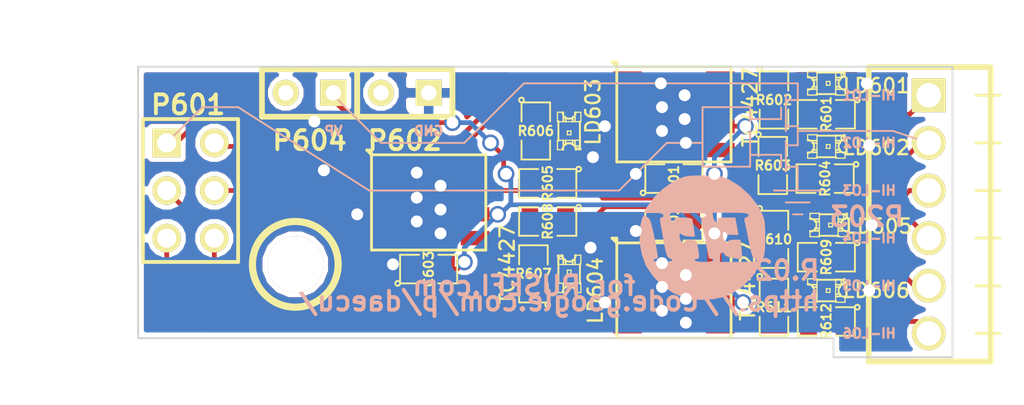
<source format=kicad_pcb>
(kicad_pcb (version 3) (host pcbnew "(2013-07-07 BZR 4022)-stable")

  (general
    (links 51)
    (no_connects 0)
    (area 28.778999 12.121499 224.812577 255.053501)
    (thickness 1.6)
    (drawings 77)
    (tracks 249)
    (zones 0)
    (modules 30)
    (nets 27)
  )

  (page B)
  (title_block 
    (title "High or low side drive board for RUSEFI.com")
    (rev .01)
    (company RUSEFI.com)
    (comment 2 Art_Electro)
    (comment 3 Art_Electro)
  )

  (layers
    (15 F.Cu signal hide)
    (0 B.Cu signal)
    (16 B.Adhes user)
    (17 F.Adhes user)
    (18 B.Paste user)
    (19 F.Paste user)
    (20 B.SilkS user)
    (21 F.SilkS user hide)
    (22 B.Mask user)
    (23 F.Mask user)
    (24 Dwgs.User user)
    (25 Cmts.User user)
    (26 Eco1.User user)
    (27 Eco2.User user hide)
    (28 Edge.Cuts user)
  )

  (setup
    (last_trace_width 0.254)
    (trace_clearance 0.2032)
    (zone_clearance 0.254)
    (zone_45_only no)
    (trace_min 0.254)
    (segment_width 0.1)
    (edge_width 0.1)
    (via_size 0.889)
    (via_drill 0.635)
    (via_min_size 0.889)
    (via_min_drill 0.508)
    (uvia_size 0.508)
    (uvia_drill 0.127)
    (uvias_allowed no)
    (uvia_min_size 0.508)
    (uvia_min_drill 0.127)
    (pcb_text_width 0.3)
    (pcb_text_size 1.5 1.5)
    (mod_edge_width 0.15)
    (mod_text_size 1 1)
    (mod_text_width 0.15)
    (pad_size 4.445 2.54)
    (pad_drill 0)
    (pad_to_mask_clearance 0)
    (aux_axis_origin 0 0)
    (visible_elements 7FFFFA2F)
    (pcbplotparams
      (layerselection 317751297)
      (usegerberextensions true)
      (excludeedgelayer true)
      (linewidth 0.150000)
      (plotframeref false)
      (viasonmask false)
      (mode 1)
      (useauxorigin false)
      (hpglpennumber 1)
      (hpglpenspeed 20)
      (hpglpendiameter 15)
      (hpglpenoverlay 2)
      (psnegative false)
      (psa4output false)
      (plotreference true)
      (plotvalue true)
      (plotothertext true)
      (plotinvisibletext false)
      (padsonsilk false)
      (subtractmaskfromsilk false)
      (outputformat 1)
      (mirror false)
      (drillshape 0)
      (scaleselection 1)
      (outputdirectory gerber))
  )

  (net 0 "")
  (net 1 /HL1)
  (net 2 /HL2)
  (net 3 /HL3)
  (net 4 /HL4)
  (net 5 /HL5)
  (net 6 /HL6)
  (net 7 /H_IN1)
  (net 8 /H_IN2)
  (net 9 /H_IN3)
  (net 10 /H_IN4)
  (net 11 /H_IN5)
  (net 12 /H_IN6)
  (net 13 /VP)
  (net 14 GND)
  (net 15 N-000001)
  (net 16 N-0000010)
  (net 17 N-0000012)
  (net 18 N-000002)
  (net 19 N-0000020)
  (net 20 N-0000021)
  (net 21 N-0000024)
  (net 22 N-0000025)
  (net 23 N-0000028)
  (net 24 N-0000029)
  (net 25 N-000007)
  (net 26 N-000008)

  (net_class Default "This is the default net class."
    (clearance 0.2032)
    (trace_width 0.254)
    (via_dia 0.889)
    (via_drill 0.635)
    (uvia_dia 0.508)
    (uvia_drill 0.127)
    (add_net "")
    (add_net /HL1)
    (add_net /HL2)
    (add_net /HL3)
    (add_net /HL4)
    (add_net /HL5)
    (add_net /HL6)
    (add_net /H_IN1)
    (add_net /H_IN2)
    (add_net /H_IN3)
    (add_net /H_IN4)
    (add_net /H_IN5)
    (add_net /H_IN6)
    (add_net /VP)
    (add_net GND)
    (add_net N-000001)
    (add_net N-0000010)
    (add_net N-0000012)
    (add_net N-000002)
    (add_net N-0000020)
    (add_net N-0000021)
    (add_net N-0000024)
    (add_net N-0000025)
    (add_net N-0000028)
    (add_net N-0000029)
    (add_net N-000007)
    (add_net N-000008)
  )

  (net_class .02 ""
    (clearance 0.2032)
    (trace_width 0.508)
    (via_dia 0.889)
    (via_drill 0.635)
    (uvia_dia 0.508)
    (uvia_drill 0.127)
  )

  (module SOIC8-DFN (layer F.Cu) (tedit 531CCAEF) (tstamp 52E641FF)
    (at 191.77 158.115 90)
    (path /531CB8D8)
    (attr smd)
    (fp_text reference U602 (at 0 -3.81 90) (layer F.SilkS) hide
      (effects (font (size 1.016 1.016) (thickness 0.2032)))
    )
    (fp_text value TC4427 (at -3.302 4.191 90) (layer F.SilkS)
      (effects (font (size 0.762 0.762) (thickness 0.127)))
    )
    (fp_line (start 2.794 -3.048) (end 2.54 -3.048) (layer F.SilkS) (width 0.15))
    (fp_line (start 2.54 -3.048) (end 2.794 -3.302) (layer F.SilkS) (width 0.15))
    (fp_line (start 2.794 -3.302) (end 2.794 -3.048) (layer F.SilkS) (width 0.15))
    (fp_line (start -2.54 -3.048) (end 2.54 -3.048) (layer F.SilkS) (width 0.15))
    (fp_line (start 2.54 -3.048) (end 2.54 3.048) (layer F.SilkS) (width 0.15))
    (fp_line (start 2.54 3.048) (end -2.54 3.048) (layer F.SilkS) (width 0.15))
    (fp_line (start -2.54 3.048) (end -2.54 -3.048) (layer F.SilkS) (width 0.15))
    (pad 9 smd rect (at 0 0 90) (size 4.445 2.54)
      (layers F.Cu F.Paste F.Mask)
      (net 14 GND)
    )
    (pad 5 smd rect (at -1.905 2.4765 90) (size 0.762 1.524)
      (layers F.Cu F.Paste F.Mask)
      (net 21 N-0000024)
    )
    (pad 6 smd rect (at -0.635 2.4765 90) (size 0.762 1.524)
      (layers F.Cu F.Paste F.Mask)
      (net 13 /VP)
    )
    (pad 7 smd rect (at 0.635 2.4765 90) (size 0.762 1.524)
      (layers F.Cu F.Paste F.Mask)
      (net 22 N-0000025)
    )
    (pad 8 smd rect (at 1.905 2.4765 90) (size 0.762 1.524)
      (layers F.Cu F.Paste F.Mask)
    )
    (pad 4 smd rect (at -1.905 -2.4765 90) (size 0.762 1.524)
      (layers F.Cu F.Paste F.Mask)
      (net 10 /H_IN4)
    )
    (pad 3 smd rect (at -0.635 -2.4765 90) (size 0.762 1.524)
      (layers F.Cu F.Paste F.Mask)
      (net 14 GND)
    )
    (pad 2 smd rect (at 0.635 -2.4765 90) (size 0.762 1.524)
      (layers F.Cu F.Paste F.Mask)
      (net 8 /H_IN2)
    )
    (pad 1 smd rect (at 1.905 -2.4765 90) (size 0.762 1.524)
      (layers F.Cu F.Paste F.Mask)
    )
    (model smd/cms_so8.wrl
      (at (xyz 0 0 0))
      (scale (xyz 0.5 0.35 0.5))
      (rotate (xyz 180 180 0))
    )
  )

  (module SOIC8-DFN (layer F.Cu) (tedit 531CCB00) (tstamp 52E641E6)
    (at 204.851 162.814 90)
    (path /531CB8E1)
    (attr smd)
    (fp_text reference U603 (at 0 -3.81 90) (layer F.SilkS) hide
      (effects (font (size 1.016 1.016) (thickness 0.2032)))
    )
    (fp_text value TC4427 (at 0.508 3.937 90) (layer F.SilkS)
      (effects (font (size 0.762 0.762) (thickness 0.127)))
    )
    (fp_line (start 2.794 -3.048) (end 2.54 -3.048) (layer F.SilkS) (width 0.15))
    (fp_line (start 2.54 -3.048) (end 2.794 -3.302) (layer F.SilkS) (width 0.15))
    (fp_line (start 2.794 -3.302) (end 2.794 -3.048) (layer F.SilkS) (width 0.15))
    (fp_line (start -2.54 -3.048) (end 2.54 -3.048) (layer F.SilkS) (width 0.15))
    (fp_line (start 2.54 -3.048) (end 2.54 3.048) (layer F.SilkS) (width 0.15))
    (fp_line (start 2.54 3.048) (end -2.54 3.048) (layer F.SilkS) (width 0.15))
    (fp_line (start -2.54 3.048) (end -2.54 -3.048) (layer F.SilkS) (width 0.15))
    (pad 9 smd rect (at 0 0 90) (size 4.445 2.54)
      (layers F.Cu F.Paste F.Mask)
      (net 14 GND)
    )
    (pad 5 smd rect (at -1.905 2.4765 90) (size 0.762 1.524)
      (layers F.Cu F.Paste F.Mask)
      (net 24 N-0000029)
    )
    (pad 6 smd rect (at -0.635 2.4765 90) (size 0.762 1.524)
      (layers F.Cu F.Paste F.Mask)
      (net 13 /VP)
    )
    (pad 7 smd rect (at 0.635 2.4765 90) (size 0.762 1.524)
      (layers F.Cu F.Paste F.Mask)
      (net 17 N-0000012)
    )
    (pad 8 smd rect (at 1.905 2.4765 90) (size 0.762 1.524)
      (layers F.Cu F.Paste F.Mask)
    )
    (pad 4 smd rect (at -1.905 -2.4765 90) (size 0.762 1.524)
      (layers F.Cu F.Paste F.Mask)
      (net 11 /H_IN5)
    )
    (pad 3 smd rect (at -0.635 -2.4765 90) (size 0.762 1.524)
      (layers F.Cu F.Paste F.Mask)
      (net 14 GND)
    )
    (pad 2 smd rect (at 0.635 -2.4765 90) (size 0.762 1.524)
      (layers F.Cu F.Paste F.Mask)
      (net 12 /H_IN6)
    )
    (pad 1 smd rect (at 1.905 -2.4765 90) (size 0.762 1.524)
      (layers F.Cu F.Paste F.Mask)
    )
    (model smd/cms_so8.wrl
      (at (xyz 0 0 0))
      (scale (xyz 0.5 0.35 0.5))
      (rotate (xyz 180 180 0))
    )
  )

  (module SOIC8-DFN (layer F.Cu) (tedit 531CCAF9) (tstamp 52E64218)
    (at 204.851 153.416 90)
    (path /531CB7D3)
    (attr smd)
    (fp_text reference U601 (at 0 -3.81 90) (layer F.SilkS) hide
      (effects (font (size 1.016 1.016) (thickness 0.2032)))
    )
    (fp_text value TC4427 (at 0.381 4.064 90) (layer F.SilkS)
      (effects (font (size 0.762 0.762) (thickness 0.127)))
    )
    (fp_line (start 2.794 -3.048) (end 2.54 -3.048) (layer F.SilkS) (width 0.15))
    (fp_line (start 2.54 -3.048) (end 2.794 -3.302) (layer F.SilkS) (width 0.15))
    (fp_line (start 2.794 -3.302) (end 2.794 -3.048) (layer F.SilkS) (width 0.15))
    (fp_line (start -2.54 -3.048) (end 2.54 -3.048) (layer F.SilkS) (width 0.15))
    (fp_line (start 2.54 -3.048) (end 2.54 3.048) (layer F.SilkS) (width 0.15))
    (fp_line (start 2.54 3.048) (end -2.54 3.048) (layer F.SilkS) (width 0.15))
    (fp_line (start -2.54 3.048) (end -2.54 -3.048) (layer F.SilkS) (width 0.15))
    (pad 9 smd rect (at 0 0 90) (size 4.445 2.54)
      (layers F.Cu F.Paste F.Mask)
      (net 14 GND)
    )
    (pad 5 smd rect (at -1.905 2.4765 90) (size 0.762 1.524)
      (layers F.Cu F.Paste F.Mask)
      (net 19 N-0000020)
    )
    (pad 6 smd rect (at -0.635 2.4765 90) (size 0.762 1.524)
      (layers F.Cu F.Paste F.Mask)
      (net 13 /VP)
    )
    (pad 7 smd rect (at 0.635 2.4765 90) (size 0.762 1.524)
      (layers F.Cu F.Paste F.Mask)
      (net 20 N-0000021)
    )
    (pad 8 smd rect (at 1.905 2.4765 90) (size 0.762 1.524)
      (layers F.Cu F.Paste F.Mask)
    )
    (pad 4 smd rect (at -1.905 -2.4765 90) (size 0.762 1.524)
      (layers F.Cu F.Paste F.Mask)
      (net 7 /H_IN1)
    )
    (pad 3 smd rect (at -0.635 -2.4765 90) (size 0.762 1.524)
      (layers F.Cu F.Paste F.Mask)
      (net 14 GND)
    )
    (pad 2 smd rect (at 0.635 -2.4765 90) (size 0.762 1.524)
      (layers F.Cu F.Paste F.Mask)
      (net 9 /H_IN3)
    )
    (pad 1 smd rect (at 1.905 -2.4765 90) (size 0.762 1.524)
      (layers F.Cu F.Paste F.Mask)
    )
    (model smd/cms_so8.wrl
      (at (xyz 0 0 0))
      (scale (xyz 0.5 0.35 0.5))
      (rotate (xyz 180 180 0))
    )
  )

  (module SM0805 (layer F.Cu) (tedit 52E66D4D) (tstamp 52E63DEA)
    (at 197.358 161.925 90)
    (path /52E63D51)
    (attr smd)
    (fp_text reference R607 (at 0 0 180) (layer F.SilkS)
      (effects (font (size 0.50038 0.50038) (thickness 0.10922)))
    )
    (fp_text value 2700 (at 0 0.381 90) (layer F.SilkS) hide
      (effects (font (size 0.50038 0.50038) (thickness 0.10922)))
    )
    (fp_circle (center -1.651 0.762) (end -1.651 0.635) (layer F.SilkS) (width 0.09906))
    (fp_line (start -0.508 0.762) (end -1.524 0.762) (layer F.SilkS) (width 0.09906))
    (fp_line (start -1.524 0.762) (end -1.524 -0.762) (layer F.SilkS) (width 0.09906))
    (fp_line (start -1.524 -0.762) (end -0.508 -0.762) (layer F.SilkS) (width 0.09906))
    (fp_line (start 0.508 -0.762) (end 1.524 -0.762) (layer F.SilkS) (width 0.09906))
    (fp_line (start 1.524 -0.762) (end 1.524 0.762) (layer F.SilkS) (width 0.09906))
    (fp_line (start 1.524 0.762) (end 0.508 0.762) (layer F.SilkS) (width 0.09906))
    (pad 1 smd rect (at -0.9525 0 90) (size 0.889 1.397)
      (layers F.Cu F.Paste F.Mask)
      (net 15 N-000001)
    )
    (pad 2 smd rect (at 0.9525 0 90) (size 0.889 1.397)
      (layers F.Cu F.Paste F.Mask)
      (net 21 N-0000024)
    )
    (model smd/chip_cms.wrl
      (at (xyz 0 0 0))
      (scale (xyz 0.1 0.1 0.1))
      (rotate (xyz 0 0 0))
    )
  )

  (module SM0805 (layer F.Cu) (tedit 52E66D47) (tstamp 52E63DF7)
    (at 198.12 159.131 180)
    (path /52E63D5A)
    (attr smd)
    (fp_text reference R608 (at 0 0 270) (layer F.SilkS)
      (effects (font (size 0.50038 0.50038) (thickness 0.10922)))
    )
    (fp_text value 100 (at 0 0.381 180) (layer F.SilkS) hide
      (effects (font (size 0.50038 0.50038) (thickness 0.10922)))
    )
    (fp_circle (center -1.651 0.762) (end -1.651 0.635) (layer F.SilkS) (width 0.09906))
    (fp_line (start -0.508 0.762) (end -1.524 0.762) (layer F.SilkS) (width 0.09906))
    (fp_line (start -1.524 0.762) (end -1.524 -0.762) (layer F.SilkS) (width 0.09906))
    (fp_line (start -1.524 -0.762) (end -0.508 -0.762) (layer F.SilkS) (width 0.09906))
    (fp_line (start 0.508 -0.762) (end 1.524 -0.762) (layer F.SilkS) (width 0.09906))
    (fp_line (start 1.524 -0.762) (end 1.524 0.762) (layer F.SilkS) (width 0.09906))
    (fp_line (start 1.524 0.762) (end 0.508 0.762) (layer F.SilkS) (width 0.09906))
    (pad 1 smd rect (at -0.9525 0 180) (size 0.889 1.397)
      (layers F.Cu F.Paste F.Mask)
      (net 4 /HL4)
    )
    (pad 2 smd rect (at 0.9525 0 180) (size 0.889 1.397)
      (layers F.Cu F.Paste F.Mask)
      (net 21 N-0000024)
    )
    (model smd/chip_cms.wrl
      (at (xyz 0 0 0))
      (scale (xyz 0.1 0.1 0.1))
      (rotate (xyz 0 0 0))
    )
  )

  (module SM0805 (layer F.Cu) (tedit 52E66D2A) (tstamp 52E63E04)
    (at 210.185 160.0835 270)
    (path /52E63CB5)
    (attr smd)
    (fp_text reference R610 (at 0 0 360) (layer F.SilkS)
      (effects (font (size 0.50038 0.50038) (thickness 0.10922)))
    )
    (fp_text value 2700 (at 0 0.381 270) (layer F.SilkS) hide
      (effects (font (size 0.50038 0.50038) (thickness 0.10922)))
    )
    (fp_circle (center -1.651 0.762) (end -1.651 0.635) (layer F.SilkS) (width 0.09906))
    (fp_line (start -0.508 0.762) (end -1.524 0.762) (layer F.SilkS) (width 0.09906))
    (fp_line (start -1.524 0.762) (end -1.524 -0.762) (layer F.SilkS) (width 0.09906))
    (fp_line (start -1.524 -0.762) (end -0.508 -0.762) (layer F.SilkS) (width 0.09906))
    (fp_line (start 0.508 -0.762) (end 1.524 -0.762) (layer F.SilkS) (width 0.09906))
    (fp_line (start 1.524 -0.762) (end 1.524 0.762) (layer F.SilkS) (width 0.09906))
    (fp_line (start 1.524 0.762) (end 0.508 0.762) (layer F.SilkS) (width 0.09906))
    (pad 1 smd rect (at -0.9525 0 270) (size 0.889 1.397)
      (layers F.Cu F.Paste F.Mask)
      (net 25 N-000007)
    )
    (pad 2 smd rect (at 0.9525 0 270) (size 0.889 1.397)
      (layers F.Cu F.Paste F.Mask)
      (net 17 N-0000012)
    )
    (model smd/chip_cms.wrl
      (at (xyz 0 0 0))
      (scale (xyz 0.1 0.1 0.1))
      (rotate (xyz 0 0 0))
    )
  )

  (module SM0805 (layer F.Cu) (tedit 52E66D29) (tstamp 52E63E11)
    (at 210.1215 156.1465 270)
    (path /52E63D63)
    (attr smd)
    (fp_text reference R603 (at 0 0 360) (layer F.SilkS)
      (effects (font (size 0.50038 0.50038) (thickness 0.10922)))
    )
    (fp_text value 2700 (at 0 0.381 270) (layer F.SilkS) hide
      (effects (font (size 0.50038 0.50038) (thickness 0.10922)))
    )
    (fp_circle (center -1.651 0.762) (end -1.651 0.635) (layer F.SilkS) (width 0.09906))
    (fp_line (start -0.508 0.762) (end -1.524 0.762) (layer F.SilkS) (width 0.09906))
    (fp_line (start -1.524 0.762) (end -1.524 -0.762) (layer F.SilkS) (width 0.09906))
    (fp_line (start -1.524 -0.762) (end -0.508 -0.762) (layer F.SilkS) (width 0.09906))
    (fp_line (start 0.508 -0.762) (end 1.524 -0.762) (layer F.SilkS) (width 0.09906))
    (fp_line (start 1.524 -0.762) (end 1.524 0.762) (layer F.SilkS) (width 0.09906))
    (fp_line (start 1.524 0.762) (end 0.508 0.762) (layer F.SilkS) (width 0.09906))
    (pad 1 smd rect (at -0.9525 0 270) (size 0.889 1.397)
      (layers F.Cu F.Paste F.Mask)
      (net 18 N-000002)
    )
    (pad 2 smd rect (at 0.9525 0 270) (size 0.889 1.397)
      (layers F.Cu F.Paste F.Mask)
      (net 19 N-0000020)
    )
    (model smd/chip_cms.wrl
      (at (xyz 0 0 0))
      (scale (xyz 0.1 0.1 0.1))
      (rotate (xyz 0 0 0))
    )
  )

  (module SM0805 (layer F.Cu) (tedit 52E66D3F) (tstamp 52E63E1E)
    (at 212.9155 156.845 180)
    (path /52E63D6C)
    (attr smd)
    (fp_text reference R604 (at 0 0 270) (layer F.SilkS)
      (effects (font (size 0.50038 0.50038) (thickness 0.10922)))
    )
    (fp_text value 100 (at 0 0.381 180) (layer F.SilkS) hide
      (effects (font (size 0.50038 0.50038) (thickness 0.10922)))
    )
    (fp_circle (center -1.651 0.762) (end -1.651 0.635) (layer F.SilkS) (width 0.09906))
    (fp_line (start -0.508 0.762) (end -1.524 0.762) (layer F.SilkS) (width 0.09906))
    (fp_line (start -1.524 0.762) (end -1.524 -0.762) (layer F.SilkS) (width 0.09906))
    (fp_line (start -1.524 -0.762) (end -0.508 -0.762) (layer F.SilkS) (width 0.09906))
    (fp_line (start 0.508 -0.762) (end 1.524 -0.762) (layer F.SilkS) (width 0.09906))
    (fp_line (start 1.524 -0.762) (end 1.524 0.762) (layer F.SilkS) (width 0.09906))
    (fp_line (start 1.524 0.762) (end 0.508 0.762) (layer F.SilkS) (width 0.09906))
    (pad 1 smd rect (at -0.9525 0 180) (size 0.889 1.397)
      (layers F.Cu F.Paste F.Mask)
      (net 2 /HL2)
    )
    (pad 2 smd rect (at 0.9525 0 180) (size 0.889 1.397)
      (layers F.Cu F.Paste F.Mask)
      (net 19 N-0000020)
    )
    (model smd/chip_cms.wrl
      (at (xyz 0 0 0))
      (scale (xyz 0.1 0.1 0.1))
      (rotate (xyz 0 0 0))
    )
  )

  (module SM0805 (layer F.Cu) (tedit 531CBA9F) (tstamp 52E63E2B)
    (at 204.851 159.385)
    (path /52E63D75)
    (attr smd)
    (fp_text reference C602 (at 0 -0.127 90) (layer F.SilkS)
      (effects (font (size 0.50038 0.50038) (thickness 0.10922)))
    )
    (fp_text value 0.1uF (at 0 0.381) (layer F.SilkS) hide
      (effects (font (size 0.50038 0.50038) (thickness 0.10922)))
    )
    (fp_circle (center -1.651 0.762) (end -1.651 0.635) (layer F.SilkS) (width 0.09906))
    (fp_line (start -0.508 0.762) (end -1.524 0.762) (layer F.SilkS) (width 0.09906))
    (fp_line (start -1.524 0.762) (end -1.524 -0.762) (layer F.SilkS) (width 0.09906))
    (fp_line (start -1.524 -0.762) (end -0.508 -0.762) (layer F.SilkS) (width 0.09906))
    (fp_line (start 0.508 -0.762) (end 1.524 -0.762) (layer F.SilkS) (width 0.09906))
    (fp_line (start 1.524 -0.762) (end 1.524 0.762) (layer F.SilkS) (width 0.09906))
    (fp_line (start 1.524 0.762) (end 0.508 0.762) (layer F.SilkS) (width 0.09906))
    (pad 1 smd rect (at -0.9525 0) (size 0.889 1.397)
      (layers F.Cu F.Paste F.Mask)
      (net 14 GND)
    )
    (pad 2 smd rect (at 0.9525 0) (size 0.889 1.397)
      (layers F.Cu F.Paste F.Mask)
      (net 13 /VP)
    )
    (model smd/chip_cms.wrl
      (at (xyz 0 0 0))
      (scale (xyz 0.1 0.1 0.1))
      (rotate (xyz 0 0 0))
    )
  )

  (module SM0805 (layer F.Cu) (tedit 52E66D3D) (tstamp 52E63E38)
    (at 212.979 153.416 180)
    (path /52E63D23)
    (attr smd)
    (fp_text reference R601 (at 0 0 270) (layer F.SilkS)
      (effects (font (size 0.50038 0.50038) (thickness 0.10922)))
    )
    (fp_text value 100 (at 0 0.381 180) (layer F.SilkS) hide
      (effects (font (size 0.50038 0.50038) (thickness 0.10922)))
    )
    (fp_circle (center -1.651 0.762) (end -1.651 0.635) (layer F.SilkS) (width 0.09906))
    (fp_line (start -0.508 0.762) (end -1.524 0.762) (layer F.SilkS) (width 0.09906))
    (fp_line (start -1.524 0.762) (end -1.524 -0.762) (layer F.SilkS) (width 0.09906))
    (fp_line (start -1.524 -0.762) (end -0.508 -0.762) (layer F.SilkS) (width 0.09906))
    (fp_line (start 0.508 -0.762) (end 1.524 -0.762) (layer F.SilkS) (width 0.09906))
    (fp_line (start 1.524 -0.762) (end 1.524 0.762) (layer F.SilkS) (width 0.09906))
    (fp_line (start 1.524 0.762) (end 0.508 0.762) (layer F.SilkS) (width 0.09906))
    (pad 1 smd rect (at -0.9525 0 180) (size 0.889 1.397)
      (layers F.Cu F.Paste F.Mask)
      (net 1 /HL1)
    )
    (pad 2 smd rect (at 0.9525 0 180) (size 0.889 1.397)
      (layers F.Cu F.Paste F.Mask)
      (net 20 N-0000021)
    )
    (model smd/chip_cms.wrl
      (at (xyz 0 0 0))
      (scale (xyz 0.1 0.1 0.1))
      (rotate (xyz 0 0 0))
    )
  )

  (module SM0805 (layer F.Cu) (tedit 52E66D30) (tstamp 52E63E45)
    (at 210.185 152.654 270)
    (path /52E63D1A)
    (attr smd)
    (fp_text reference R602 (at 0 0 360) (layer F.SilkS)
      (effects (font (size 0.50038 0.50038) (thickness 0.10922)))
    )
    (fp_text value 2700 (at 0 0.381 270) (layer F.SilkS) hide
      (effects (font (size 0.50038 0.50038) (thickness 0.10922)))
    )
    (fp_circle (center -1.651 0.762) (end -1.651 0.635) (layer F.SilkS) (width 0.09906))
    (fp_line (start -0.508 0.762) (end -1.524 0.762) (layer F.SilkS) (width 0.09906))
    (fp_line (start -1.524 0.762) (end -1.524 -0.762) (layer F.SilkS) (width 0.09906))
    (fp_line (start -1.524 -0.762) (end -0.508 -0.762) (layer F.SilkS) (width 0.09906))
    (fp_line (start 0.508 -0.762) (end 1.524 -0.762) (layer F.SilkS) (width 0.09906))
    (fp_line (start 1.524 -0.762) (end 1.524 0.762) (layer F.SilkS) (width 0.09906))
    (fp_line (start 1.524 0.762) (end 0.508 0.762) (layer F.SilkS) (width 0.09906))
    (pad 1 smd rect (at -0.9525 0 270) (size 0.889 1.397)
      (layers F.Cu F.Paste F.Mask)
      (net 16 N-0000010)
    )
    (pad 2 smd rect (at 0.9525 0 270) (size 0.889 1.397)
      (layers F.Cu F.Paste F.Mask)
      (net 20 N-0000021)
    )
    (model smd/chip_cms.wrl
      (at (xyz 0 0 0))
      (scale (xyz 0.1 0.1 0.1))
      (rotate (xyz 0 0 0))
    )
  )

  (module SM0805 (layer F.Cu) (tedit 52E66D49) (tstamp 52E63E52)
    (at 198.12 157.099 180)
    (path /52E63D11)
    (attr smd)
    (fp_text reference R605 (at 0 0 270) (layer F.SilkS)
      (effects (font (size 0.50038 0.50038) (thickness 0.10922)))
    )
    (fp_text value 100 (at 0 0.381 180) (layer F.SilkS) hide
      (effects (font (size 0.50038 0.50038) (thickness 0.10922)))
    )
    (fp_circle (center -1.651 0.762) (end -1.651 0.635) (layer F.SilkS) (width 0.09906))
    (fp_line (start -0.508 0.762) (end -1.524 0.762) (layer F.SilkS) (width 0.09906))
    (fp_line (start -1.524 0.762) (end -1.524 -0.762) (layer F.SilkS) (width 0.09906))
    (fp_line (start -1.524 -0.762) (end -0.508 -0.762) (layer F.SilkS) (width 0.09906))
    (fp_line (start 0.508 -0.762) (end 1.524 -0.762) (layer F.SilkS) (width 0.09906))
    (fp_line (start 1.524 -0.762) (end 1.524 0.762) (layer F.SilkS) (width 0.09906))
    (fp_line (start 1.524 0.762) (end 0.508 0.762) (layer F.SilkS) (width 0.09906))
    (pad 1 smd rect (at -0.9525 0 180) (size 0.889 1.397)
      (layers F.Cu F.Paste F.Mask)
      (net 3 /HL3)
    )
    (pad 2 smd rect (at 0.9525 0 180) (size 0.889 1.397)
      (layers F.Cu F.Paste F.Mask)
      (net 22 N-0000025)
    )
    (model smd/chip_cms.wrl
      (at (xyz 0 0 0))
      (scale (xyz 0.1 0.1 0.1))
      (rotate (xyz 0 0 0))
    )
  )

  (module SM0805 (layer F.Cu) (tedit 52E66D4B) (tstamp 52E63E5F)
    (at 197.485 154.305 270)
    (path /52E63D08)
    (attr smd)
    (fp_text reference R606 (at 0 0 360) (layer F.SilkS)
      (effects (font (size 0.50038 0.50038) (thickness 0.10922)))
    )
    (fp_text value 2700 (at 0 0.381 270) (layer F.SilkS) hide
      (effects (font (size 0.50038 0.50038) (thickness 0.10922)))
    )
    (fp_circle (center -1.651 0.762) (end -1.651 0.635) (layer F.SilkS) (width 0.09906))
    (fp_line (start -0.508 0.762) (end -1.524 0.762) (layer F.SilkS) (width 0.09906))
    (fp_line (start -1.524 0.762) (end -1.524 -0.762) (layer F.SilkS) (width 0.09906))
    (fp_line (start -1.524 -0.762) (end -0.508 -0.762) (layer F.SilkS) (width 0.09906))
    (fp_line (start 0.508 -0.762) (end 1.524 -0.762) (layer F.SilkS) (width 0.09906))
    (fp_line (start 1.524 -0.762) (end 1.524 0.762) (layer F.SilkS) (width 0.09906))
    (fp_line (start 1.524 0.762) (end 0.508 0.762) (layer F.SilkS) (width 0.09906))
    (pad 1 smd rect (at -0.9525 0 270) (size 0.889 1.397)
      (layers F.Cu F.Paste F.Mask)
      (net 26 N-000008)
    )
    (pad 2 smd rect (at 0.9525 0 270) (size 0.889 1.397)
      (layers F.Cu F.Paste F.Mask)
      (net 22 N-0000025)
    )
    (model smd/chip_cms.wrl
      (at (xyz 0 0 0))
      (scale (xyz 0.1 0.1 0.1))
      (rotate (xyz 0 0 0))
    )
  )

  (module SM0805 (layer F.Cu) (tedit 531CBAAA) (tstamp 52E63E6C)
    (at 204.851 156.845)
    (path /52E63D7E)
    (attr smd)
    (fp_text reference C601 (at 0 0.254 90) (layer F.SilkS)
      (effects (font (size 0.50038 0.50038) (thickness 0.10922)))
    )
    (fp_text value 0.1uF (at 0 0.381) (layer F.SilkS) hide
      (effects (font (size 0.50038 0.50038) (thickness 0.10922)))
    )
    (fp_circle (center -1.651 0.762) (end -1.651 0.635) (layer F.SilkS) (width 0.09906))
    (fp_line (start -0.508 0.762) (end -1.524 0.762) (layer F.SilkS) (width 0.09906))
    (fp_line (start -1.524 0.762) (end -1.524 -0.762) (layer F.SilkS) (width 0.09906))
    (fp_line (start -1.524 -0.762) (end -0.508 -0.762) (layer F.SilkS) (width 0.09906))
    (fp_line (start 0.508 -0.762) (end 1.524 -0.762) (layer F.SilkS) (width 0.09906))
    (fp_line (start 1.524 -0.762) (end 1.524 0.762) (layer F.SilkS) (width 0.09906))
    (fp_line (start 1.524 0.762) (end 0.508 0.762) (layer F.SilkS) (width 0.09906))
    (pad 1 smd rect (at -0.9525 0) (size 0.889 1.397)
      (layers F.Cu F.Paste F.Mask)
      (net 14 GND)
    )
    (pad 2 smd rect (at 0.9525 0) (size 0.889 1.397)
      (layers F.Cu F.Paste F.Mask)
      (net 13 /VP)
    )
    (model smd/chip_cms.wrl
      (at (xyz 0 0 0))
      (scale (xyz 0.1 0.1 0.1))
      (rotate (xyz 0 0 0))
    )
  )

  (module SM0805 (layer F.Cu) (tedit 52E66D41) (tstamp 52E63E79)
    (at 212.979 161.036 180)
    (path /52E63CBE)
    (attr smd)
    (fp_text reference R609 (at 0 0 270) (layer F.SilkS)
      (effects (font (size 0.50038 0.50038) (thickness 0.10922)))
    )
    (fp_text value 100 (at 0 0.381 180) (layer F.SilkS) hide
      (effects (font (size 0.50038 0.50038) (thickness 0.10922)))
    )
    (fp_circle (center -1.651 0.762) (end -1.651 0.635) (layer F.SilkS) (width 0.09906))
    (fp_line (start -0.508 0.762) (end -1.524 0.762) (layer F.SilkS) (width 0.09906))
    (fp_line (start -1.524 0.762) (end -1.524 -0.762) (layer F.SilkS) (width 0.09906))
    (fp_line (start -1.524 -0.762) (end -0.508 -0.762) (layer F.SilkS) (width 0.09906))
    (fp_line (start 0.508 -0.762) (end 1.524 -0.762) (layer F.SilkS) (width 0.09906))
    (fp_line (start 1.524 -0.762) (end 1.524 0.762) (layer F.SilkS) (width 0.09906))
    (fp_line (start 1.524 0.762) (end 0.508 0.762) (layer F.SilkS) (width 0.09906))
    (pad 1 smd rect (at -0.9525 0 180) (size 0.889 1.397)
      (layers F.Cu F.Paste F.Mask)
      (net 5 /HL5)
    )
    (pad 2 smd rect (at 0.9525 0 180) (size 0.889 1.397)
      (layers F.Cu F.Paste F.Mask)
      (net 17 N-0000012)
    )
    (model smd/chip_cms.wrl
      (at (xyz 0 0 0))
      (scale (xyz 0.1 0.1 0.1))
      (rotate (xyz 0 0 0))
    )
  )

  (module SM0805 (layer F.Cu) (tedit 52E66E45) (tstamp 52E63E86)
    (at 191.77 161.671)
    (path /524F7FBD)
    (attr smd)
    (fp_text reference C603 (at 0 0 90) (layer F.SilkS)
      (effects (font (size 0.50038 0.50038) (thickness 0.10922)))
    )
    (fp_text value 0.1uF (at 0 0.381) (layer F.SilkS) hide
      (effects (font (size 0.50038 0.50038) (thickness 0.10922)))
    )
    (fp_circle (center -1.651 0.762) (end -1.651 0.635) (layer F.SilkS) (width 0.09906))
    (fp_line (start -0.508 0.762) (end -1.524 0.762) (layer F.SilkS) (width 0.09906))
    (fp_line (start -1.524 0.762) (end -1.524 -0.762) (layer F.SilkS) (width 0.09906))
    (fp_line (start -1.524 -0.762) (end -0.508 -0.762) (layer F.SilkS) (width 0.09906))
    (fp_line (start 0.508 -0.762) (end 1.524 -0.762) (layer F.SilkS) (width 0.09906))
    (fp_line (start 1.524 -0.762) (end 1.524 0.762) (layer F.SilkS) (width 0.09906))
    (fp_line (start 1.524 0.762) (end 0.508 0.762) (layer F.SilkS) (width 0.09906))
    (pad 1 smd rect (at -0.9525 0) (size 0.889 1.397)
      (layers F.Cu F.Paste F.Mask)
      (net 14 GND)
    )
    (pad 2 smd rect (at 0.9525 0) (size 0.889 1.397)
      (layers F.Cu F.Paste F.Mask)
      (net 13 /VP)
    )
    (model smd/chip_cms.wrl
      (at (xyz 0 0 0))
      (scale (xyz 0.1 0.1 0.1))
      (rotate (xyz 0 0 0))
    )
  )

  (module SM0805 (layer F.Cu) (tedit 52E66D43) (tstamp 52E63E93)
    (at 212.979 164.465 180)
    (path /52E5BFE6)
    (attr smd)
    (fp_text reference R612 (at 0 0 270) (layer F.SilkS)
      (effects (font (size 0.50038 0.50038) (thickness 0.10922)))
    )
    (fp_text value 100 (at 0 0.381 180) (layer F.SilkS) hide
      (effects (font (size 0.50038 0.50038) (thickness 0.10922)))
    )
    (fp_circle (center -1.651 0.762) (end -1.651 0.635) (layer F.SilkS) (width 0.09906))
    (fp_line (start -0.508 0.762) (end -1.524 0.762) (layer F.SilkS) (width 0.09906))
    (fp_line (start -1.524 0.762) (end -1.524 -0.762) (layer F.SilkS) (width 0.09906))
    (fp_line (start -1.524 -0.762) (end -0.508 -0.762) (layer F.SilkS) (width 0.09906))
    (fp_line (start 0.508 -0.762) (end 1.524 -0.762) (layer F.SilkS) (width 0.09906))
    (fp_line (start 1.524 -0.762) (end 1.524 0.762) (layer F.SilkS) (width 0.09906))
    (fp_line (start 1.524 0.762) (end 0.508 0.762) (layer F.SilkS) (width 0.09906))
    (pad 1 smd rect (at -0.9525 0 180) (size 0.889 1.397)
      (layers F.Cu F.Paste F.Mask)
      (net 6 /HL6)
    )
    (pad 2 smd rect (at 0.9525 0 180) (size 0.889 1.397)
      (layers F.Cu F.Paste F.Mask)
      (net 24 N-0000029)
    )
    (model smd/chip_cms.wrl
      (at (xyz 0 0 0))
      (scale (xyz 0.1 0.1 0.1))
      (rotate (xyz 0 0 0))
    )
  )

  (module SM0805 (layer F.Cu) (tedit 52E66E41) (tstamp 52E63EA0)
    (at 210.185 163.703 270)
    (path /52E5BF4C)
    (attr smd)
    (fp_text reference R611 (at 0 0 360) (layer F.SilkS)
      (effects (font (size 0.50038 0.50038) (thickness 0.10922)))
    )
    (fp_text value 2700 (at 0 0.381 270) (layer F.SilkS) hide
      (effects (font (size 0.50038 0.50038) (thickness 0.10922)))
    )
    (fp_circle (center -1.651 0.762) (end -1.651 0.635) (layer F.SilkS) (width 0.09906))
    (fp_line (start -0.508 0.762) (end -1.524 0.762) (layer F.SilkS) (width 0.09906))
    (fp_line (start -1.524 0.762) (end -1.524 -0.762) (layer F.SilkS) (width 0.09906))
    (fp_line (start -1.524 -0.762) (end -0.508 -0.762) (layer F.SilkS) (width 0.09906))
    (fp_line (start 0.508 -0.762) (end 1.524 -0.762) (layer F.SilkS) (width 0.09906))
    (fp_line (start 1.524 -0.762) (end 1.524 0.762) (layer F.SilkS) (width 0.09906))
    (fp_line (start 1.524 0.762) (end 0.508 0.762) (layer F.SilkS) (width 0.09906))
    (pad 1 smd rect (at -0.9525 0 270) (size 0.889 1.397)
      (layers F.Cu F.Paste F.Mask)
      (net 23 N-0000028)
    )
    (pad 2 smd rect (at 0.9525 0 270) (size 0.889 1.397)
      (layers F.Cu F.Paste F.Mask)
      (net 24 N-0000029)
    )
    (model smd/chip_cms.wrl
      (at (xyz 0 0 0))
      (scale (xyz 0.1 0.1 0.1))
      (rotate (xyz 0 0 0))
    )
  )

  (module pin_array_3x2 (layer F.Cu) (tedit 531C8840) (tstamp 52E6404E)
    (at 179.07 157.48 270)
    (descr "Double rangee de contacts 2 x 4 pins")
    (tags CONN)
    (path /52E6349C)
    (fp_text reference P601 (at -4.572 0.127 360) (layer F.SilkS)
      (effects (font (size 1.016 1.016) (thickness 0.2032)))
    )
    (fp_text value CONN_3X2 (at 0 3.81 270) (layer F.SilkS) hide
      (effects (font (size 1.016 1.016) (thickness 0.2032)))
    )
    (fp_line (start 3.81 2.54) (end -3.81 2.54) (layer F.SilkS) (width 0.2032))
    (fp_line (start -3.81 -2.54) (end 3.81 -2.54) (layer F.SilkS) (width 0.2032))
    (fp_line (start 3.81 -2.54) (end 3.81 2.54) (layer F.SilkS) (width 0.2032))
    (fp_line (start -3.81 2.54) (end -3.81 -2.54) (layer F.SilkS) (width 0.2032))
    (pad 1 thru_hole rect (at -2.54 1.27 270) (size 1.524 1.524) (drill 1.016)
      (layers *.Cu *.Mask F.SilkS)
      (net 9 /H_IN3)
    )
    (pad 2 thru_hole circle (at -2.54 -1.27 270) (size 1.524 1.524) (drill 1.016)
      (layers *.Cu *.Mask F.SilkS)
      (net 7 /H_IN1)
    )
    (pad 3 thru_hole circle (at 0 1.27 270) (size 1.524 1.524) (drill 1.016)
      (layers *.Cu *.Mask F.SilkS)
      (net 10 /H_IN4)
    )
    (pad 4 thru_hole circle (at 0 -1.27 270) (size 1.524 1.524) (drill 1.016)
      (layers *.Cu *.Mask F.SilkS)
      (net 8 /H_IN2)
    )
    (pad 5 thru_hole circle (at 2.54 1.27 270) (size 1.524 1.524) (drill 1.016)
      (layers *.Cu *.Mask F.SilkS)
      (net 11 /H_IN5)
    )
    (pad 6 thru_hole circle (at 2.54 -1.27 270) (size 1.524 1.524) (drill 1.016)
      (layers *.Cu *.Mask F.SilkS)
      (net 12 /H_IN6)
    )
    (model pin_array/pins_array_3x2.wrl
      (at (xyz 0 0 0))
      (scale (xyz 1 1 1))
      (rotate (xyz 0 0 0))
    )
  )

  (module OSTVN06A150 (layer F.Cu) (tedit 531C8A1D) (tstamp 52E67C39)
    (at 218.44 158.75 270)
    (path /52967E40)
    (fp_text reference P603 (at 0.254 -3.81 360) (layer F.SilkS) hide
      (effects (font (size 1.016 1.016) (thickness 0.2032)))
    )
    (fp_text value CONN_6 (at 0 5.08 270) (layer F.SilkS) hide
      (effects (font (size 1.524 1.016) (thickness 0.254)))
    )
    (fp_line (start 6.35 -2.54) (end 6.35 -3.81) (layer F.SilkS) (width 0.15))
    (fp_line (start 3.81 -2.54) (end 3.81 -3.81) (layer F.SilkS) (width 0.15))
    (fp_line (start 1.27 -2.54) (end 1.27 -3.81) (layer F.SilkS) (width 0.15))
    (fp_line (start -1.27 -2.54) (end -1.27 -3.81) (layer F.SilkS) (width 0.15))
    (fp_line (start -3.81 -2.54) (end -3.81 -3.81) (layer F.SilkS) (width 0.15))
    (fp_line (start -6.35 -2.54) (end -6.35 -3.81) (layer F.SilkS) (width 0.15))
    (fp_line (start -7.85 3.2) (end -7.85 -3.2) (layer F.SilkS) (width 0.3048))
    (fp_line (start -7.85 -3.3) (end 7.85 -3.3) (layer F.SilkS) (width 0.3048))
    (fp_line (start 7.85 -3.2) (end 7.85 3.2) (layer F.SilkS) (width 0.3048))
    (fp_line (start 7.85 3.2) (end -7.85 3.2) (layer F.SilkS) (width 0.3048))
    (pad 1 thru_hole rect (at -6.35 0 270) (size 1.8 1.8) (drill 1.3)
      (layers *.Cu *.Mask F.SilkS)
      (net 1 /HL1)
    )
    (pad 2 thru_hole circle (at -3.81 0 270) (size 1.8 1.8) (drill 1.3)
      (layers *.Cu *.Mask F.SilkS)
      (net 2 /HL2)
    )
    (pad 3 thru_hole circle (at -1.27 0 270) (size 1.8 1.8) (drill 1.3)
      (layers *.Cu *.Mask F.SilkS)
      (net 3 /HL3)
    )
    (pad 4 thru_hole circle (at 1.27 0 270) (size 1.8 1.8) (drill 1.3)
      (layers *.Cu *.Mask F.SilkS)
      (net 4 /HL4)
    )
    (pad 5 thru_hole circle (at 3.81 0 270) (size 1.8 1.8) (drill 1.3)
      (layers *.Cu *.Mask F.SilkS)
      (net 5 /HL5)
    )
    (pad 6 thru_hole circle (at 6.35 0 270) (size 1.8 1.8) (drill 1.3)
      (layers *.Cu *.Mask F.SilkS)
      (net 6 /HL6)
    )
    (model device/bornier_3.wrl
      (at (xyz 0 0 0))
      (scale (xyz 1 1 1))
      (rotate (xyz 0 0 0))
    )
  )

  (module 1pin (layer F.Cu) (tedit 52E7E2A1) (tstamp 52E6C0CD)
    (at 184.658 161.417)
    (descr "module 1 pin (ou trou mecanique de percage)")
    (tags DEV)
    (path /52E6C25B)
    (fp_text reference M601 (at -3.937 -0.381 90) (layer F.SilkS) hide
      (effects (font (size 1.016 1.016) (thickness 0.254)))
    )
    (fp_text value CONN_1 (at 0 2.794) (layer F.SilkS) hide
      (effects (font (size 1.016 1.016) (thickness 0.254)))
    )
    (fp_circle (center 0 0) (end 0 -2.286) (layer F.SilkS) (width 0.381))
    (pad "" thru_hole circle (at 0 0) (size 3 3) (drill 3)
      (layers *.Cu *.Mask F.SilkS)
    )
  )

  (module LED-0805 (layer F.Cu) (tedit 531CCAD3) (tstamp 52E63DA1)
    (at 199.263 161.925 90)
    (descr "LED 0805 smd package")
    (tags "LED 0805 SMD")
    (path /52E63D3F)
    (attr smd)
    (fp_text reference LD604 (at -0.889 1.397 90) (layer F.SilkS)
      (effects (font (size 0.762 0.762) (thickness 0.127)))
    )
    (fp_text value LED (at 0 1.27 90) (layer F.SilkS) hide
      (effects (font (size 0.762 0.762) (thickness 0.127)))
    )
    (fp_line (start 0.49784 0.29972) (end 0.49784 0.62484) (layer F.SilkS) (width 0.06604))
    (fp_line (start 0.49784 0.62484) (end 0.99822 0.62484) (layer F.SilkS) (width 0.06604))
    (fp_line (start 0.99822 0.29972) (end 0.99822 0.62484) (layer F.SilkS) (width 0.06604))
    (fp_line (start 0.49784 0.29972) (end 0.99822 0.29972) (layer F.SilkS) (width 0.06604))
    (fp_line (start 0.49784 -0.32258) (end 0.49784 -0.17272) (layer F.SilkS) (width 0.06604))
    (fp_line (start 0.49784 -0.17272) (end 0.7493 -0.17272) (layer F.SilkS) (width 0.06604))
    (fp_line (start 0.7493 -0.32258) (end 0.7493 -0.17272) (layer F.SilkS) (width 0.06604))
    (fp_line (start 0.49784 -0.32258) (end 0.7493 -0.32258) (layer F.SilkS) (width 0.06604))
    (fp_line (start 0.49784 0.17272) (end 0.49784 0.32258) (layer F.SilkS) (width 0.06604))
    (fp_line (start 0.49784 0.32258) (end 0.7493 0.32258) (layer F.SilkS) (width 0.06604))
    (fp_line (start 0.7493 0.17272) (end 0.7493 0.32258) (layer F.SilkS) (width 0.06604))
    (fp_line (start 0.49784 0.17272) (end 0.7493 0.17272) (layer F.SilkS) (width 0.06604))
    (fp_line (start 0.49784 -0.19812) (end 0.49784 0.19812) (layer F.SilkS) (width 0.06604))
    (fp_line (start 0.49784 0.19812) (end 0.6731 0.19812) (layer F.SilkS) (width 0.06604))
    (fp_line (start 0.6731 -0.19812) (end 0.6731 0.19812) (layer F.SilkS) (width 0.06604))
    (fp_line (start 0.49784 -0.19812) (end 0.6731 -0.19812) (layer F.SilkS) (width 0.06604))
    (fp_line (start -0.99822 0.29972) (end -0.99822 0.62484) (layer F.SilkS) (width 0.06604))
    (fp_line (start -0.99822 0.62484) (end -0.49784 0.62484) (layer F.SilkS) (width 0.06604))
    (fp_line (start -0.49784 0.29972) (end -0.49784 0.62484) (layer F.SilkS) (width 0.06604))
    (fp_line (start -0.99822 0.29972) (end -0.49784 0.29972) (layer F.SilkS) (width 0.06604))
    (fp_line (start -0.99822 -0.62484) (end -0.99822 -0.29972) (layer F.SilkS) (width 0.06604))
    (fp_line (start -0.99822 -0.29972) (end -0.49784 -0.29972) (layer F.SilkS) (width 0.06604))
    (fp_line (start -0.49784 -0.62484) (end -0.49784 -0.29972) (layer F.SilkS) (width 0.06604))
    (fp_line (start -0.99822 -0.62484) (end -0.49784 -0.62484) (layer F.SilkS) (width 0.06604))
    (fp_line (start -0.7493 0.17272) (end -0.7493 0.32258) (layer F.SilkS) (width 0.06604))
    (fp_line (start -0.7493 0.32258) (end -0.49784 0.32258) (layer F.SilkS) (width 0.06604))
    (fp_line (start -0.49784 0.17272) (end -0.49784 0.32258) (layer F.SilkS) (width 0.06604))
    (fp_line (start -0.7493 0.17272) (end -0.49784 0.17272) (layer F.SilkS) (width 0.06604))
    (fp_line (start -0.7493 -0.32258) (end -0.7493 -0.17272) (layer F.SilkS) (width 0.06604))
    (fp_line (start -0.7493 -0.17272) (end -0.49784 -0.17272) (layer F.SilkS) (width 0.06604))
    (fp_line (start -0.49784 -0.32258) (end -0.49784 -0.17272) (layer F.SilkS) (width 0.06604))
    (fp_line (start -0.7493 -0.32258) (end -0.49784 -0.32258) (layer F.SilkS) (width 0.06604))
    (fp_line (start -0.6731 -0.19812) (end -0.6731 0.19812) (layer F.SilkS) (width 0.06604))
    (fp_line (start -0.6731 0.19812) (end -0.49784 0.19812) (layer F.SilkS) (width 0.06604))
    (fp_line (start -0.49784 -0.19812) (end -0.49784 0.19812) (layer F.SilkS) (width 0.06604))
    (fp_line (start -0.6731 -0.19812) (end -0.49784 -0.19812) (layer F.SilkS) (width 0.06604))
    (fp_line (start 0 -0.09906) (end 0 0.09906) (layer F.SilkS) (width 0.06604))
    (fp_line (start 0 0.09906) (end 0.19812 0.09906) (layer F.SilkS) (width 0.06604))
    (fp_line (start 0.19812 -0.09906) (end 0.19812 0.09906) (layer F.SilkS) (width 0.06604))
    (fp_line (start 0 -0.09906) (end 0.19812 -0.09906) (layer F.SilkS) (width 0.06604))
    (fp_line (start 0.49784 -0.59944) (end 0.49784 -0.29972) (layer F.SilkS) (width 0.06604))
    (fp_line (start 0.49784 -0.29972) (end 0.79756 -0.29972) (layer F.SilkS) (width 0.06604))
    (fp_line (start 0.79756 -0.59944) (end 0.79756 -0.29972) (layer F.SilkS) (width 0.06604))
    (fp_line (start 0.49784 -0.59944) (end 0.79756 -0.59944) (layer F.SilkS) (width 0.06604))
    (fp_line (start 0.92456 -0.62484) (end 0.92456 -0.39878) (layer F.SilkS) (width 0.06604))
    (fp_line (start 0.92456 -0.39878) (end 0.99822 -0.39878) (layer F.SilkS) (width 0.06604))
    (fp_line (start 0.99822 -0.62484) (end 0.99822 -0.39878) (layer F.SilkS) (width 0.06604))
    (fp_line (start 0.92456 -0.62484) (end 0.99822 -0.62484) (layer F.SilkS) (width 0.06604))
    (fp_line (start 0.52324 0.57404) (end -0.52324 0.57404) (layer F.SilkS) (width 0.1016))
    (fp_line (start -0.49784 -0.57404) (end 0.92456 -0.57404) (layer F.SilkS) (width 0.1016))
    (fp_circle (center 0.84836 -0.44958) (end 0.89916 -0.50038) (layer F.SilkS) (width 0.0508))
    (fp_arc (start 0.99822 0) (end 0.99822 0.34798) (angle 180) (layer F.SilkS) (width 0.1016))
    (fp_arc (start -0.99822 0) (end -0.99822 -0.34798) (angle 180) (layer F.SilkS) (width 0.1016))
    (pad 1 smd rect (at -1.04902 0 90) (size 1.19888 1.19888)
      (layers F.Cu F.Paste F.Mask)
      (net 15 N-000001)
    )
    (pad 2 smd rect (at 1.04902 0 90) (size 1.19888 1.19888)
      (layers F.Cu F.Paste F.Mask)
      (net 14 GND)
    )
  )

  (module LED-0805 (layer F.Cu) (tedit 531CCB49) (tstamp 52E63DAD)
    (at 213.106 159.3215)
    (descr "LED 0805 smd package")
    (tags "LED 0805 SMD")
    (path /52E63CC7)
    (attr smd)
    (fp_text reference LD605 (at 2.667 0.0635) (layer F.SilkS)
      (effects (font (size 0.762 0.762) (thickness 0.127)))
    )
    (fp_text value LED (at 0 1.27) (layer F.SilkS) hide
      (effects (font (size 0.762 0.762) (thickness 0.127)))
    )
    (fp_line (start 0.49784 0.29972) (end 0.49784 0.62484) (layer F.SilkS) (width 0.06604))
    (fp_line (start 0.49784 0.62484) (end 0.99822 0.62484) (layer F.SilkS) (width 0.06604))
    (fp_line (start 0.99822 0.29972) (end 0.99822 0.62484) (layer F.SilkS) (width 0.06604))
    (fp_line (start 0.49784 0.29972) (end 0.99822 0.29972) (layer F.SilkS) (width 0.06604))
    (fp_line (start 0.49784 -0.32258) (end 0.49784 -0.17272) (layer F.SilkS) (width 0.06604))
    (fp_line (start 0.49784 -0.17272) (end 0.7493 -0.17272) (layer F.SilkS) (width 0.06604))
    (fp_line (start 0.7493 -0.32258) (end 0.7493 -0.17272) (layer F.SilkS) (width 0.06604))
    (fp_line (start 0.49784 -0.32258) (end 0.7493 -0.32258) (layer F.SilkS) (width 0.06604))
    (fp_line (start 0.49784 0.17272) (end 0.49784 0.32258) (layer F.SilkS) (width 0.06604))
    (fp_line (start 0.49784 0.32258) (end 0.7493 0.32258) (layer F.SilkS) (width 0.06604))
    (fp_line (start 0.7493 0.17272) (end 0.7493 0.32258) (layer F.SilkS) (width 0.06604))
    (fp_line (start 0.49784 0.17272) (end 0.7493 0.17272) (layer F.SilkS) (width 0.06604))
    (fp_line (start 0.49784 -0.19812) (end 0.49784 0.19812) (layer F.SilkS) (width 0.06604))
    (fp_line (start 0.49784 0.19812) (end 0.6731 0.19812) (layer F.SilkS) (width 0.06604))
    (fp_line (start 0.6731 -0.19812) (end 0.6731 0.19812) (layer F.SilkS) (width 0.06604))
    (fp_line (start 0.49784 -0.19812) (end 0.6731 -0.19812) (layer F.SilkS) (width 0.06604))
    (fp_line (start -0.99822 0.29972) (end -0.99822 0.62484) (layer F.SilkS) (width 0.06604))
    (fp_line (start -0.99822 0.62484) (end -0.49784 0.62484) (layer F.SilkS) (width 0.06604))
    (fp_line (start -0.49784 0.29972) (end -0.49784 0.62484) (layer F.SilkS) (width 0.06604))
    (fp_line (start -0.99822 0.29972) (end -0.49784 0.29972) (layer F.SilkS) (width 0.06604))
    (fp_line (start -0.99822 -0.62484) (end -0.99822 -0.29972) (layer F.SilkS) (width 0.06604))
    (fp_line (start -0.99822 -0.29972) (end -0.49784 -0.29972) (layer F.SilkS) (width 0.06604))
    (fp_line (start -0.49784 -0.62484) (end -0.49784 -0.29972) (layer F.SilkS) (width 0.06604))
    (fp_line (start -0.99822 -0.62484) (end -0.49784 -0.62484) (layer F.SilkS) (width 0.06604))
    (fp_line (start -0.7493 0.17272) (end -0.7493 0.32258) (layer F.SilkS) (width 0.06604))
    (fp_line (start -0.7493 0.32258) (end -0.49784 0.32258) (layer F.SilkS) (width 0.06604))
    (fp_line (start -0.49784 0.17272) (end -0.49784 0.32258) (layer F.SilkS) (width 0.06604))
    (fp_line (start -0.7493 0.17272) (end -0.49784 0.17272) (layer F.SilkS) (width 0.06604))
    (fp_line (start -0.7493 -0.32258) (end -0.7493 -0.17272) (layer F.SilkS) (width 0.06604))
    (fp_line (start -0.7493 -0.17272) (end -0.49784 -0.17272) (layer F.SilkS) (width 0.06604))
    (fp_line (start -0.49784 -0.32258) (end -0.49784 -0.17272) (layer F.SilkS) (width 0.06604))
    (fp_line (start -0.7493 -0.32258) (end -0.49784 -0.32258) (layer F.SilkS) (width 0.06604))
    (fp_line (start -0.6731 -0.19812) (end -0.6731 0.19812) (layer F.SilkS) (width 0.06604))
    (fp_line (start -0.6731 0.19812) (end -0.49784 0.19812) (layer F.SilkS) (width 0.06604))
    (fp_line (start -0.49784 -0.19812) (end -0.49784 0.19812) (layer F.SilkS) (width 0.06604))
    (fp_line (start -0.6731 -0.19812) (end -0.49784 -0.19812) (layer F.SilkS) (width 0.06604))
    (fp_line (start 0 -0.09906) (end 0 0.09906) (layer F.SilkS) (width 0.06604))
    (fp_line (start 0 0.09906) (end 0.19812 0.09906) (layer F.SilkS) (width 0.06604))
    (fp_line (start 0.19812 -0.09906) (end 0.19812 0.09906) (layer F.SilkS) (width 0.06604))
    (fp_line (start 0 -0.09906) (end 0.19812 -0.09906) (layer F.SilkS) (width 0.06604))
    (fp_line (start 0.49784 -0.59944) (end 0.49784 -0.29972) (layer F.SilkS) (width 0.06604))
    (fp_line (start 0.49784 -0.29972) (end 0.79756 -0.29972) (layer F.SilkS) (width 0.06604))
    (fp_line (start 0.79756 -0.59944) (end 0.79756 -0.29972) (layer F.SilkS) (width 0.06604))
    (fp_line (start 0.49784 -0.59944) (end 0.79756 -0.59944) (layer F.SilkS) (width 0.06604))
    (fp_line (start 0.92456 -0.62484) (end 0.92456 -0.39878) (layer F.SilkS) (width 0.06604))
    (fp_line (start 0.92456 -0.39878) (end 0.99822 -0.39878) (layer F.SilkS) (width 0.06604))
    (fp_line (start 0.99822 -0.62484) (end 0.99822 -0.39878) (layer F.SilkS) (width 0.06604))
    (fp_line (start 0.92456 -0.62484) (end 0.99822 -0.62484) (layer F.SilkS) (width 0.06604))
    (fp_line (start 0.52324 0.57404) (end -0.52324 0.57404) (layer F.SilkS) (width 0.1016))
    (fp_line (start -0.49784 -0.57404) (end 0.92456 -0.57404) (layer F.SilkS) (width 0.1016))
    (fp_circle (center 0.84836 -0.44958) (end 0.89916 -0.50038) (layer F.SilkS) (width 0.0508))
    (fp_arc (start 0.99822 0) (end 0.99822 0.34798) (angle 180) (layer F.SilkS) (width 0.1016))
    (fp_arc (start -0.99822 0) (end -0.99822 -0.34798) (angle 180) (layer F.SilkS) (width 0.1016))
    (pad 1 smd rect (at -1.04902 0) (size 1.19888 1.19888)
      (layers F.Cu F.Paste F.Mask)
      (net 25 N-000007)
    )
    (pad 2 smd rect (at 1.04902 0) (size 1.19888 1.19888)
      (layers F.Cu F.Paste F.Mask)
      (net 14 GND)
    )
  )

  (module LED-0805 (layer F.Cu) (tedit 531CCB41) (tstamp 52E63DB9)
    (at 212.979 155.1305)
    (descr "LED 0805 smd package")
    (tags "LED 0805 SMD")
    (path /52E63D2C)
    (attr smd)
    (fp_text reference LD602 (at 2.667 0.0635) (layer F.SilkS)
      (effects (font (size 0.762 0.762) (thickness 0.127)))
    )
    (fp_text value LED (at 0 1.27) (layer F.SilkS) hide
      (effects (font (size 0.762 0.762) (thickness 0.127)))
    )
    (fp_line (start 0.49784 0.29972) (end 0.49784 0.62484) (layer F.SilkS) (width 0.06604))
    (fp_line (start 0.49784 0.62484) (end 0.99822 0.62484) (layer F.SilkS) (width 0.06604))
    (fp_line (start 0.99822 0.29972) (end 0.99822 0.62484) (layer F.SilkS) (width 0.06604))
    (fp_line (start 0.49784 0.29972) (end 0.99822 0.29972) (layer F.SilkS) (width 0.06604))
    (fp_line (start 0.49784 -0.32258) (end 0.49784 -0.17272) (layer F.SilkS) (width 0.06604))
    (fp_line (start 0.49784 -0.17272) (end 0.7493 -0.17272) (layer F.SilkS) (width 0.06604))
    (fp_line (start 0.7493 -0.32258) (end 0.7493 -0.17272) (layer F.SilkS) (width 0.06604))
    (fp_line (start 0.49784 -0.32258) (end 0.7493 -0.32258) (layer F.SilkS) (width 0.06604))
    (fp_line (start 0.49784 0.17272) (end 0.49784 0.32258) (layer F.SilkS) (width 0.06604))
    (fp_line (start 0.49784 0.32258) (end 0.7493 0.32258) (layer F.SilkS) (width 0.06604))
    (fp_line (start 0.7493 0.17272) (end 0.7493 0.32258) (layer F.SilkS) (width 0.06604))
    (fp_line (start 0.49784 0.17272) (end 0.7493 0.17272) (layer F.SilkS) (width 0.06604))
    (fp_line (start 0.49784 -0.19812) (end 0.49784 0.19812) (layer F.SilkS) (width 0.06604))
    (fp_line (start 0.49784 0.19812) (end 0.6731 0.19812) (layer F.SilkS) (width 0.06604))
    (fp_line (start 0.6731 -0.19812) (end 0.6731 0.19812) (layer F.SilkS) (width 0.06604))
    (fp_line (start 0.49784 -0.19812) (end 0.6731 -0.19812) (layer F.SilkS) (width 0.06604))
    (fp_line (start -0.99822 0.29972) (end -0.99822 0.62484) (layer F.SilkS) (width 0.06604))
    (fp_line (start -0.99822 0.62484) (end -0.49784 0.62484) (layer F.SilkS) (width 0.06604))
    (fp_line (start -0.49784 0.29972) (end -0.49784 0.62484) (layer F.SilkS) (width 0.06604))
    (fp_line (start -0.99822 0.29972) (end -0.49784 0.29972) (layer F.SilkS) (width 0.06604))
    (fp_line (start -0.99822 -0.62484) (end -0.99822 -0.29972) (layer F.SilkS) (width 0.06604))
    (fp_line (start -0.99822 -0.29972) (end -0.49784 -0.29972) (layer F.SilkS) (width 0.06604))
    (fp_line (start -0.49784 -0.62484) (end -0.49784 -0.29972) (layer F.SilkS) (width 0.06604))
    (fp_line (start -0.99822 -0.62484) (end -0.49784 -0.62484) (layer F.SilkS) (width 0.06604))
    (fp_line (start -0.7493 0.17272) (end -0.7493 0.32258) (layer F.SilkS) (width 0.06604))
    (fp_line (start -0.7493 0.32258) (end -0.49784 0.32258) (layer F.SilkS) (width 0.06604))
    (fp_line (start -0.49784 0.17272) (end -0.49784 0.32258) (layer F.SilkS) (width 0.06604))
    (fp_line (start -0.7493 0.17272) (end -0.49784 0.17272) (layer F.SilkS) (width 0.06604))
    (fp_line (start -0.7493 -0.32258) (end -0.7493 -0.17272) (layer F.SilkS) (width 0.06604))
    (fp_line (start -0.7493 -0.17272) (end -0.49784 -0.17272) (layer F.SilkS) (width 0.06604))
    (fp_line (start -0.49784 -0.32258) (end -0.49784 -0.17272) (layer F.SilkS) (width 0.06604))
    (fp_line (start -0.7493 -0.32258) (end -0.49784 -0.32258) (layer F.SilkS) (width 0.06604))
    (fp_line (start -0.6731 -0.19812) (end -0.6731 0.19812) (layer F.SilkS) (width 0.06604))
    (fp_line (start -0.6731 0.19812) (end -0.49784 0.19812) (layer F.SilkS) (width 0.06604))
    (fp_line (start -0.49784 -0.19812) (end -0.49784 0.19812) (layer F.SilkS) (width 0.06604))
    (fp_line (start -0.6731 -0.19812) (end -0.49784 -0.19812) (layer F.SilkS) (width 0.06604))
    (fp_line (start 0 -0.09906) (end 0 0.09906) (layer F.SilkS) (width 0.06604))
    (fp_line (start 0 0.09906) (end 0.19812 0.09906) (layer F.SilkS) (width 0.06604))
    (fp_line (start 0.19812 -0.09906) (end 0.19812 0.09906) (layer F.SilkS) (width 0.06604))
    (fp_line (start 0 -0.09906) (end 0.19812 -0.09906) (layer F.SilkS) (width 0.06604))
    (fp_line (start 0.49784 -0.59944) (end 0.49784 -0.29972) (layer F.SilkS) (width 0.06604))
    (fp_line (start 0.49784 -0.29972) (end 0.79756 -0.29972) (layer F.SilkS) (width 0.06604))
    (fp_line (start 0.79756 -0.59944) (end 0.79756 -0.29972) (layer F.SilkS) (width 0.06604))
    (fp_line (start 0.49784 -0.59944) (end 0.79756 -0.59944) (layer F.SilkS) (width 0.06604))
    (fp_line (start 0.92456 -0.62484) (end 0.92456 -0.39878) (layer F.SilkS) (width 0.06604))
    (fp_line (start 0.92456 -0.39878) (end 0.99822 -0.39878) (layer F.SilkS) (width 0.06604))
    (fp_line (start 0.99822 -0.62484) (end 0.99822 -0.39878) (layer F.SilkS) (width 0.06604))
    (fp_line (start 0.92456 -0.62484) (end 0.99822 -0.62484) (layer F.SilkS) (width 0.06604))
    (fp_line (start 0.52324 0.57404) (end -0.52324 0.57404) (layer F.SilkS) (width 0.1016))
    (fp_line (start -0.49784 -0.57404) (end 0.92456 -0.57404) (layer F.SilkS) (width 0.1016))
    (fp_circle (center 0.84836 -0.44958) (end 0.89916 -0.50038) (layer F.SilkS) (width 0.0508))
    (fp_arc (start 0.99822 0) (end 0.99822 0.34798) (angle 180) (layer F.SilkS) (width 0.1016))
    (fp_arc (start -0.99822 0) (end -0.99822 -0.34798) (angle 180) (layer F.SilkS) (width 0.1016))
    (pad 1 smd rect (at -1.04902 0) (size 1.19888 1.19888)
      (layers F.Cu F.Paste F.Mask)
      (net 18 N-000002)
    )
    (pad 2 smd rect (at 1.04902 0) (size 1.19888 1.19888)
      (layers F.Cu F.Paste F.Mask)
      (net 14 GND)
    )
  )

  (module LED-0805 (layer F.Cu) (tedit 531CCB3A) (tstamp 52E63DC5)
    (at 212.979 151.765)
    (descr "LED 0805 smd package")
    (tags "LED 0805 SMD")
    (path /52E63D36)
    (attr smd)
    (fp_text reference LD601 (at 2.667 0.127) (layer F.SilkS)
      (effects (font (size 0.762 0.762) (thickness 0.127)))
    )
    (fp_text value LED (at 0 1.27) (layer F.SilkS) hide
      (effects (font (size 0.762 0.762) (thickness 0.127)))
    )
    (fp_line (start 0.49784 0.29972) (end 0.49784 0.62484) (layer F.SilkS) (width 0.06604))
    (fp_line (start 0.49784 0.62484) (end 0.99822 0.62484) (layer F.SilkS) (width 0.06604))
    (fp_line (start 0.99822 0.29972) (end 0.99822 0.62484) (layer F.SilkS) (width 0.06604))
    (fp_line (start 0.49784 0.29972) (end 0.99822 0.29972) (layer F.SilkS) (width 0.06604))
    (fp_line (start 0.49784 -0.32258) (end 0.49784 -0.17272) (layer F.SilkS) (width 0.06604))
    (fp_line (start 0.49784 -0.17272) (end 0.7493 -0.17272) (layer F.SilkS) (width 0.06604))
    (fp_line (start 0.7493 -0.32258) (end 0.7493 -0.17272) (layer F.SilkS) (width 0.06604))
    (fp_line (start 0.49784 -0.32258) (end 0.7493 -0.32258) (layer F.SilkS) (width 0.06604))
    (fp_line (start 0.49784 0.17272) (end 0.49784 0.32258) (layer F.SilkS) (width 0.06604))
    (fp_line (start 0.49784 0.32258) (end 0.7493 0.32258) (layer F.SilkS) (width 0.06604))
    (fp_line (start 0.7493 0.17272) (end 0.7493 0.32258) (layer F.SilkS) (width 0.06604))
    (fp_line (start 0.49784 0.17272) (end 0.7493 0.17272) (layer F.SilkS) (width 0.06604))
    (fp_line (start 0.49784 -0.19812) (end 0.49784 0.19812) (layer F.SilkS) (width 0.06604))
    (fp_line (start 0.49784 0.19812) (end 0.6731 0.19812) (layer F.SilkS) (width 0.06604))
    (fp_line (start 0.6731 -0.19812) (end 0.6731 0.19812) (layer F.SilkS) (width 0.06604))
    (fp_line (start 0.49784 -0.19812) (end 0.6731 -0.19812) (layer F.SilkS) (width 0.06604))
    (fp_line (start -0.99822 0.29972) (end -0.99822 0.62484) (layer F.SilkS) (width 0.06604))
    (fp_line (start -0.99822 0.62484) (end -0.49784 0.62484) (layer F.SilkS) (width 0.06604))
    (fp_line (start -0.49784 0.29972) (end -0.49784 0.62484) (layer F.SilkS) (width 0.06604))
    (fp_line (start -0.99822 0.29972) (end -0.49784 0.29972) (layer F.SilkS) (width 0.06604))
    (fp_line (start -0.99822 -0.62484) (end -0.99822 -0.29972) (layer F.SilkS) (width 0.06604))
    (fp_line (start -0.99822 -0.29972) (end -0.49784 -0.29972) (layer F.SilkS) (width 0.06604))
    (fp_line (start -0.49784 -0.62484) (end -0.49784 -0.29972) (layer F.SilkS) (width 0.06604))
    (fp_line (start -0.99822 -0.62484) (end -0.49784 -0.62484) (layer F.SilkS) (width 0.06604))
    (fp_line (start -0.7493 0.17272) (end -0.7493 0.32258) (layer F.SilkS) (width 0.06604))
    (fp_line (start -0.7493 0.32258) (end -0.49784 0.32258) (layer F.SilkS) (width 0.06604))
    (fp_line (start -0.49784 0.17272) (end -0.49784 0.32258) (layer F.SilkS) (width 0.06604))
    (fp_line (start -0.7493 0.17272) (end -0.49784 0.17272) (layer F.SilkS) (width 0.06604))
    (fp_line (start -0.7493 -0.32258) (end -0.7493 -0.17272) (layer F.SilkS) (width 0.06604))
    (fp_line (start -0.7493 -0.17272) (end -0.49784 -0.17272) (layer F.SilkS) (width 0.06604))
    (fp_line (start -0.49784 -0.32258) (end -0.49784 -0.17272) (layer F.SilkS) (width 0.06604))
    (fp_line (start -0.7493 -0.32258) (end -0.49784 -0.32258) (layer F.SilkS) (width 0.06604))
    (fp_line (start -0.6731 -0.19812) (end -0.6731 0.19812) (layer F.SilkS) (width 0.06604))
    (fp_line (start -0.6731 0.19812) (end -0.49784 0.19812) (layer F.SilkS) (width 0.06604))
    (fp_line (start -0.49784 -0.19812) (end -0.49784 0.19812) (layer F.SilkS) (width 0.06604))
    (fp_line (start -0.6731 -0.19812) (end -0.49784 -0.19812) (layer F.SilkS) (width 0.06604))
    (fp_line (start 0 -0.09906) (end 0 0.09906) (layer F.SilkS) (width 0.06604))
    (fp_line (start 0 0.09906) (end 0.19812 0.09906) (layer F.SilkS) (width 0.06604))
    (fp_line (start 0.19812 -0.09906) (end 0.19812 0.09906) (layer F.SilkS) (width 0.06604))
    (fp_line (start 0 -0.09906) (end 0.19812 -0.09906) (layer F.SilkS) (width 0.06604))
    (fp_line (start 0.49784 -0.59944) (end 0.49784 -0.29972) (layer F.SilkS) (width 0.06604))
    (fp_line (start 0.49784 -0.29972) (end 0.79756 -0.29972) (layer F.SilkS) (width 0.06604))
    (fp_line (start 0.79756 -0.59944) (end 0.79756 -0.29972) (layer F.SilkS) (width 0.06604))
    (fp_line (start 0.49784 -0.59944) (end 0.79756 -0.59944) (layer F.SilkS) (width 0.06604))
    (fp_line (start 0.92456 -0.62484) (end 0.92456 -0.39878) (layer F.SilkS) (width 0.06604))
    (fp_line (start 0.92456 -0.39878) (end 0.99822 -0.39878) (layer F.SilkS) (width 0.06604))
    (fp_line (start 0.99822 -0.62484) (end 0.99822 -0.39878) (layer F.SilkS) (width 0.06604))
    (fp_line (start 0.92456 -0.62484) (end 0.99822 -0.62484) (layer F.SilkS) (width 0.06604))
    (fp_line (start 0.52324 0.57404) (end -0.52324 0.57404) (layer F.SilkS) (width 0.1016))
    (fp_line (start -0.49784 -0.57404) (end 0.92456 -0.57404) (layer F.SilkS) (width 0.1016))
    (fp_circle (center 0.84836 -0.44958) (end 0.89916 -0.50038) (layer F.SilkS) (width 0.0508))
    (fp_arc (start 0.99822 0) (end 0.99822 0.34798) (angle 180) (layer F.SilkS) (width 0.1016))
    (fp_arc (start -0.99822 0) (end -0.99822 -0.34798) (angle 180) (layer F.SilkS) (width 0.1016))
    (pad 1 smd rect (at -1.04902 0) (size 1.19888 1.19888)
      (layers F.Cu F.Paste F.Mask)
      (net 16 N-0000010)
    )
    (pad 2 smd rect (at 1.04902 0) (size 1.19888 1.19888)
      (layers F.Cu F.Paste F.Mask)
      (net 14 GND)
    )
  )

  (module LED-0805 (layer F.Cu) (tedit 531CCB51) (tstamp 52E63DD1)
    (at 212.979 162.814)
    (descr "LED 0805 smd package")
    (tags "LED 0805 SMD")
    (path /52E5BF3C)
    (attr smd)
    (fp_text reference LD606 (at 2.667 0) (layer F.SilkS)
      (effects (font (size 0.762 0.762) (thickness 0.127)))
    )
    (fp_text value LED (at 0 1.27) (layer F.SilkS) hide
      (effects (font (size 0.762 0.762) (thickness 0.127)))
    )
    (fp_line (start 0.49784 0.29972) (end 0.49784 0.62484) (layer F.SilkS) (width 0.06604))
    (fp_line (start 0.49784 0.62484) (end 0.99822 0.62484) (layer F.SilkS) (width 0.06604))
    (fp_line (start 0.99822 0.29972) (end 0.99822 0.62484) (layer F.SilkS) (width 0.06604))
    (fp_line (start 0.49784 0.29972) (end 0.99822 0.29972) (layer F.SilkS) (width 0.06604))
    (fp_line (start 0.49784 -0.32258) (end 0.49784 -0.17272) (layer F.SilkS) (width 0.06604))
    (fp_line (start 0.49784 -0.17272) (end 0.7493 -0.17272) (layer F.SilkS) (width 0.06604))
    (fp_line (start 0.7493 -0.32258) (end 0.7493 -0.17272) (layer F.SilkS) (width 0.06604))
    (fp_line (start 0.49784 -0.32258) (end 0.7493 -0.32258) (layer F.SilkS) (width 0.06604))
    (fp_line (start 0.49784 0.17272) (end 0.49784 0.32258) (layer F.SilkS) (width 0.06604))
    (fp_line (start 0.49784 0.32258) (end 0.7493 0.32258) (layer F.SilkS) (width 0.06604))
    (fp_line (start 0.7493 0.17272) (end 0.7493 0.32258) (layer F.SilkS) (width 0.06604))
    (fp_line (start 0.49784 0.17272) (end 0.7493 0.17272) (layer F.SilkS) (width 0.06604))
    (fp_line (start 0.49784 -0.19812) (end 0.49784 0.19812) (layer F.SilkS) (width 0.06604))
    (fp_line (start 0.49784 0.19812) (end 0.6731 0.19812) (layer F.SilkS) (width 0.06604))
    (fp_line (start 0.6731 -0.19812) (end 0.6731 0.19812) (layer F.SilkS) (width 0.06604))
    (fp_line (start 0.49784 -0.19812) (end 0.6731 -0.19812) (layer F.SilkS) (width 0.06604))
    (fp_line (start -0.99822 0.29972) (end -0.99822 0.62484) (layer F.SilkS) (width 0.06604))
    (fp_line (start -0.99822 0.62484) (end -0.49784 0.62484) (layer F.SilkS) (width 0.06604))
    (fp_line (start -0.49784 0.29972) (end -0.49784 0.62484) (layer F.SilkS) (width 0.06604))
    (fp_line (start -0.99822 0.29972) (end -0.49784 0.29972) (layer F.SilkS) (width 0.06604))
    (fp_line (start -0.99822 -0.62484) (end -0.99822 -0.29972) (layer F.SilkS) (width 0.06604))
    (fp_line (start -0.99822 -0.29972) (end -0.49784 -0.29972) (layer F.SilkS) (width 0.06604))
    (fp_line (start -0.49784 -0.62484) (end -0.49784 -0.29972) (layer F.SilkS) (width 0.06604))
    (fp_line (start -0.99822 -0.62484) (end -0.49784 -0.62484) (layer F.SilkS) (width 0.06604))
    (fp_line (start -0.7493 0.17272) (end -0.7493 0.32258) (layer F.SilkS) (width 0.06604))
    (fp_line (start -0.7493 0.32258) (end -0.49784 0.32258) (layer F.SilkS) (width 0.06604))
    (fp_line (start -0.49784 0.17272) (end -0.49784 0.32258) (layer F.SilkS) (width 0.06604))
    (fp_line (start -0.7493 0.17272) (end -0.49784 0.17272) (layer F.SilkS) (width 0.06604))
    (fp_line (start -0.7493 -0.32258) (end -0.7493 -0.17272) (layer F.SilkS) (width 0.06604))
    (fp_line (start -0.7493 -0.17272) (end -0.49784 -0.17272) (layer F.SilkS) (width 0.06604))
    (fp_line (start -0.49784 -0.32258) (end -0.49784 -0.17272) (layer F.SilkS) (width 0.06604))
    (fp_line (start -0.7493 -0.32258) (end -0.49784 -0.32258) (layer F.SilkS) (width 0.06604))
    (fp_line (start -0.6731 -0.19812) (end -0.6731 0.19812) (layer F.SilkS) (width 0.06604))
    (fp_line (start -0.6731 0.19812) (end -0.49784 0.19812) (layer F.SilkS) (width 0.06604))
    (fp_line (start -0.49784 -0.19812) (end -0.49784 0.19812) (layer F.SilkS) (width 0.06604))
    (fp_line (start -0.6731 -0.19812) (end -0.49784 -0.19812) (layer F.SilkS) (width 0.06604))
    (fp_line (start 0 -0.09906) (end 0 0.09906) (layer F.SilkS) (width 0.06604))
    (fp_line (start 0 0.09906) (end 0.19812 0.09906) (layer F.SilkS) (width 0.06604))
    (fp_line (start 0.19812 -0.09906) (end 0.19812 0.09906) (layer F.SilkS) (width 0.06604))
    (fp_line (start 0 -0.09906) (end 0.19812 -0.09906) (layer F.SilkS) (width 0.06604))
    (fp_line (start 0.49784 -0.59944) (end 0.49784 -0.29972) (layer F.SilkS) (width 0.06604))
    (fp_line (start 0.49784 -0.29972) (end 0.79756 -0.29972) (layer F.SilkS) (width 0.06604))
    (fp_line (start 0.79756 -0.59944) (end 0.79756 -0.29972) (layer F.SilkS) (width 0.06604))
    (fp_line (start 0.49784 -0.59944) (end 0.79756 -0.59944) (layer F.SilkS) (width 0.06604))
    (fp_line (start 0.92456 -0.62484) (end 0.92456 -0.39878) (layer F.SilkS) (width 0.06604))
    (fp_line (start 0.92456 -0.39878) (end 0.99822 -0.39878) (layer F.SilkS) (width 0.06604))
    (fp_line (start 0.99822 -0.62484) (end 0.99822 -0.39878) (layer F.SilkS) (width 0.06604))
    (fp_line (start 0.92456 -0.62484) (end 0.99822 -0.62484) (layer F.SilkS) (width 0.06604))
    (fp_line (start 0.52324 0.57404) (end -0.52324 0.57404) (layer F.SilkS) (width 0.1016))
    (fp_line (start -0.49784 -0.57404) (end 0.92456 -0.57404) (layer F.SilkS) (width 0.1016))
    (fp_circle (center 0.84836 -0.44958) (end 0.89916 -0.50038) (layer F.SilkS) (width 0.0508))
    (fp_arc (start 0.99822 0) (end 0.99822 0.34798) (angle 180) (layer F.SilkS) (width 0.1016))
    (fp_arc (start -0.99822 0) (end -0.99822 -0.34798) (angle 180) (layer F.SilkS) (width 0.1016))
    (pad 1 smd rect (at -1.04902 0) (size 1.19888 1.19888)
      (layers F.Cu F.Paste F.Mask)
      (net 23 N-0000028)
    )
    (pad 2 smd rect (at 1.04902 0) (size 1.19888 1.19888)
      (layers F.Cu F.Paste F.Mask)
      (net 14 GND)
    )
  )

  (module LED-0805 (layer F.Cu) (tedit 531CCADB) (tstamp 52E63DDD)
    (at 199.263 154.305 270)
    (descr "LED 0805 smd package")
    (tags "LED 0805 SMD")
    (path /52E63D48)
    (attr smd)
    (fp_text reference LD603 (at -1.016 -1.27 270) (layer F.SilkS)
      (effects (font (size 0.762 0.762) (thickness 0.127)))
    )
    (fp_text value LED (at 0 1.27 270) (layer F.SilkS) hide
      (effects (font (size 0.762 0.762) (thickness 0.127)))
    )
    (fp_line (start 0.49784 0.29972) (end 0.49784 0.62484) (layer F.SilkS) (width 0.06604))
    (fp_line (start 0.49784 0.62484) (end 0.99822 0.62484) (layer F.SilkS) (width 0.06604))
    (fp_line (start 0.99822 0.29972) (end 0.99822 0.62484) (layer F.SilkS) (width 0.06604))
    (fp_line (start 0.49784 0.29972) (end 0.99822 0.29972) (layer F.SilkS) (width 0.06604))
    (fp_line (start 0.49784 -0.32258) (end 0.49784 -0.17272) (layer F.SilkS) (width 0.06604))
    (fp_line (start 0.49784 -0.17272) (end 0.7493 -0.17272) (layer F.SilkS) (width 0.06604))
    (fp_line (start 0.7493 -0.32258) (end 0.7493 -0.17272) (layer F.SilkS) (width 0.06604))
    (fp_line (start 0.49784 -0.32258) (end 0.7493 -0.32258) (layer F.SilkS) (width 0.06604))
    (fp_line (start 0.49784 0.17272) (end 0.49784 0.32258) (layer F.SilkS) (width 0.06604))
    (fp_line (start 0.49784 0.32258) (end 0.7493 0.32258) (layer F.SilkS) (width 0.06604))
    (fp_line (start 0.7493 0.17272) (end 0.7493 0.32258) (layer F.SilkS) (width 0.06604))
    (fp_line (start 0.49784 0.17272) (end 0.7493 0.17272) (layer F.SilkS) (width 0.06604))
    (fp_line (start 0.49784 -0.19812) (end 0.49784 0.19812) (layer F.SilkS) (width 0.06604))
    (fp_line (start 0.49784 0.19812) (end 0.6731 0.19812) (layer F.SilkS) (width 0.06604))
    (fp_line (start 0.6731 -0.19812) (end 0.6731 0.19812) (layer F.SilkS) (width 0.06604))
    (fp_line (start 0.49784 -0.19812) (end 0.6731 -0.19812) (layer F.SilkS) (width 0.06604))
    (fp_line (start -0.99822 0.29972) (end -0.99822 0.62484) (layer F.SilkS) (width 0.06604))
    (fp_line (start -0.99822 0.62484) (end -0.49784 0.62484) (layer F.SilkS) (width 0.06604))
    (fp_line (start -0.49784 0.29972) (end -0.49784 0.62484) (layer F.SilkS) (width 0.06604))
    (fp_line (start -0.99822 0.29972) (end -0.49784 0.29972) (layer F.SilkS) (width 0.06604))
    (fp_line (start -0.99822 -0.62484) (end -0.99822 -0.29972) (layer F.SilkS) (width 0.06604))
    (fp_line (start -0.99822 -0.29972) (end -0.49784 -0.29972) (layer F.SilkS) (width 0.06604))
    (fp_line (start -0.49784 -0.62484) (end -0.49784 -0.29972) (layer F.SilkS) (width 0.06604))
    (fp_line (start -0.99822 -0.62484) (end -0.49784 -0.62484) (layer F.SilkS) (width 0.06604))
    (fp_line (start -0.7493 0.17272) (end -0.7493 0.32258) (layer F.SilkS) (width 0.06604))
    (fp_line (start -0.7493 0.32258) (end -0.49784 0.32258) (layer F.SilkS) (width 0.06604))
    (fp_line (start -0.49784 0.17272) (end -0.49784 0.32258) (layer F.SilkS) (width 0.06604))
    (fp_line (start -0.7493 0.17272) (end -0.49784 0.17272) (layer F.SilkS) (width 0.06604))
    (fp_line (start -0.7493 -0.32258) (end -0.7493 -0.17272) (layer F.SilkS) (width 0.06604))
    (fp_line (start -0.7493 -0.17272) (end -0.49784 -0.17272) (layer F.SilkS) (width 0.06604))
    (fp_line (start -0.49784 -0.32258) (end -0.49784 -0.17272) (layer F.SilkS) (width 0.06604))
    (fp_line (start -0.7493 -0.32258) (end -0.49784 -0.32258) (layer F.SilkS) (width 0.06604))
    (fp_line (start -0.6731 -0.19812) (end -0.6731 0.19812) (layer F.SilkS) (width 0.06604))
    (fp_line (start -0.6731 0.19812) (end -0.49784 0.19812) (layer F.SilkS) (width 0.06604))
    (fp_line (start -0.49784 -0.19812) (end -0.49784 0.19812) (layer F.SilkS) (width 0.06604))
    (fp_line (start -0.6731 -0.19812) (end -0.49784 -0.19812) (layer F.SilkS) (width 0.06604))
    (fp_line (start 0 -0.09906) (end 0 0.09906) (layer F.SilkS) (width 0.06604))
    (fp_line (start 0 0.09906) (end 0.19812 0.09906) (layer F.SilkS) (width 0.06604))
    (fp_line (start 0.19812 -0.09906) (end 0.19812 0.09906) (layer F.SilkS) (width 0.06604))
    (fp_line (start 0 -0.09906) (end 0.19812 -0.09906) (layer F.SilkS) (width 0.06604))
    (fp_line (start 0.49784 -0.59944) (end 0.49784 -0.29972) (layer F.SilkS) (width 0.06604))
    (fp_line (start 0.49784 -0.29972) (end 0.79756 -0.29972) (layer F.SilkS) (width 0.06604))
    (fp_line (start 0.79756 -0.59944) (end 0.79756 -0.29972) (layer F.SilkS) (width 0.06604))
    (fp_line (start 0.49784 -0.59944) (end 0.79756 -0.59944) (layer F.SilkS) (width 0.06604))
    (fp_line (start 0.92456 -0.62484) (end 0.92456 -0.39878) (layer F.SilkS) (width 0.06604))
    (fp_line (start 0.92456 -0.39878) (end 0.99822 -0.39878) (layer F.SilkS) (width 0.06604))
    (fp_line (start 0.99822 -0.62484) (end 0.99822 -0.39878) (layer F.SilkS) (width 0.06604))
    (fp_line (start 0.92456 -0.62484) (end 0.99822 -0.62484) (layer F.SilkS) (width 0.06604))
    (fp_line (start 0.52324 0.57404) (end -0.52324 0.57404) (layer F.SilkS) (width 0.1016))
    (fp_line (start -0.49784 -0.57404) (end 0.92456 -0.57404) (layer F.SilkS) (width 0.1016))
    (fp_circle (center 0.84836 -0.44958) (end 0.89916 -0.50038) (layer F.SilkS) (width 0.0508))
    (fp_arc (start 0.99822 0) (end 0.99822 0.34798) (angle 180) (layer F.SilkS) (width 0.1016))
    (fp_arc (start -0.99822 0) (end -0.99822 -0.34798) (angle 180) (layer F.SilkS) (width 0.1016))
    (pad 1 smd rect (at -1.04902 0 270) (size 1.19888 1.19888)
      (layers F.Cu F.Paste F.Mask)
      (net 26 N-000008)
    )
    (pad 2 smd rect (at 1.04902 0 270) (size 1.19888 1.19888)
      (layers F.Cu F.Paste F.Mask)
      (net 14 GND)
    )
  )

  (module SIL-2 (layer F.Cu) (tedit 531CCA07) (tstamp 531CC98F)
    (at 185.42 152.273 180)
    (descr "Connecteurs 2 pins")
    (tags "CONN DEV")
    (path /531CC8C7)
    (fp_text reference P604 (at 0 -2.54 180) (layer F.SilkS)
      (effects (font (size 1.016 1.016) (thickness 0.2032)))
    )
    (fp_text value CONN_2 (at 0 -2.54 180) (layer F.SilkS) hide
      (effects (font (size 1.524 1.016) (thickness 0.3048)))
    )
    (fp_line (start -2.54 1.27) (end -2.54 -1.27) (layer F.SilkS) (width 0.3048))
    (fp_line (start -2.54 -1.27) (end 2.54 -1.27) (layer F.SilkS) (width 0.3048))
    (fp_line (start 2.54 -1.27) (end 2.54 1.27) (layer F.SilkS) (width 0.3048))
    (fp_line (start 2.54 1.27) (end -2.54 1.27) (layer F.SilkS) (width 0.3048))
    (pad 1 thru_hole rect (at -1.27 0 180) (size 1.397 1.397) (drill 0.8128)
      (layers *.Cu *.Mask F.SilkS)
      (net 13 /VP)
    )
    (pad 2 thru_hole circle (at 1.27 0 180) (size 1.397 1.397) (drill 0.8128)
      (layers *.Cu *.Mask F.SilkS)
    )
  )

  (module SIL-2 (layer F.Cu) (tedit 531CCA13) (tstamp 52E63EB9)
    (at 190.5 152.273 180)
    (descr "Connecteurs 2 pins")
    (tags "CONN DEV")
    (path /531CC81A)
    (fp_text reference P602 (at 0 -2.54 180) (layer F.SilkS)
      (effects (font (size 1.016 1.016) (thickness 0.2032)))
    )
    (fp_text value CONN_2 (at 0 -2.54 180) (layer F.SilkS) hide
      (effects (font (size 1.524 1.016) (thickness 0.3048)))
    )
    (fp_line (start -2.54 1.27) (end -2.54 -1.27) (layer F.SilkS) (width 0.3048))
    (fp_line (start -2.54 -1.27) (end 2.54 -1.27) (layer F.SilkS) (width 0.3048))
    (fp_line (start 2.54 -1.27) (end 2.54 1.27) (layer F.SilkS) (width 0.3048))
    (fp_line (start 2.54 1.27) (end -2.54 1.27) (layer F.SilkS) (width 0.3048))
    (pad 1 thru_hole rect (at -1.27 0 180) (size 1.397 1.397) (drill 0.8128)
      (layers *.Cu *.Mask F.SilkS)
      (net 14 GND)
    )
    (pad 2 thru_hole circle (at 1.27 0 180) (size 1.397 1.397) (drill 0.8128)
      (layers *.Cu *.Mask F.SilkS)
    )
  )

  (module LOGO_F (layer B.Cu) (tedit 0) (tstamp 52E64053)
    (at 206.375 160.02)
    (path /529C04C3)
    (fp_text reference G601 (at 0 -4.14782) (layer B.SilkS) hide
      (effects (font (size 1.524 1.524) (thickness 0.3048)) (justify mirror))
    )
    (fp_text value LOGO (at 0 4.14782) (layer B.SilkS) hide
      (effects (font (size 1.524 1.524) (thickness 0.3048)) (justify mirror))
    )
    (fp_poly (pts (xy 3.34518 -0.04318) (xy 3.3401 0.381) (xy 3.32486 0.68326) (xy 3.28676 0.90932)
      (xy 3.22326 1.1049) (xy 3.12166 1.3208) (xy 3.10896 1.3462) (xy 2.921 1.64084)
      (xy 2.921 1.18618) (xy 2.79654 1.1049) (xy 2.75844 1.09982) (xy 2.68732 1.016)
      (xy 2.60096 0.76708) (xy 2.5019 0.35052) (xy 2.46126 0.14732) (xy 2.38252 -0.24638)
      (xy 2.31394 -0.58928) (xy 2.2606 -0.84074) (xy 2.23266 -0.9525) (xy 2.2479 -1.07696)
      (xy 2.32156 -1.09982) (xy 2.4384 -1.16586) (xy 2.45618 -1.22682) (xy 2.42824 -1.28524)
      (xy 2.33172 -1.3208) (xy 2.13868 -1.34366) (xy 1.82372 -1.35382) (xy 1.49606 -1.35382)
      (xy 0.53594 -1.35382) (xy 0.57404 -1.09982) (xy 0.63246 -0.92202) (xy 0.7239 -0.84836)
      (xy 0.72644 -0.84582) (xy 0.80264 -0.90678) (xy 0.79248 -0.97536) (xy 0.79248 -1.04648)
      (xy 0.889 -1.08458) (xy 1.10744 -1.09982) (xy 1.24714 -1.09982) (xy 1.75006 -1.09982)
      (xy 1.83388 -0.635) (xy 1.9177 -0.17018) (xy 1.59258 -0.17018) (xy 1.38684 -0.1905)
      (xy 1.27508 -0.23876) (xy 1.27 -0.254) (xy 1.20142 -0.3302) (xy 1.15316 -0.33782)
      (xy 1.0795 -0.2921) (xy 1.08204 -0.127) (xy 1.0922 -0.07112) (xy 1.1557 0.1016)
      (xy 1.24206 0.22352) (xy 1.3208 0.25908) (xy 1.35382 0.1778) (xy 1.35382 0.17526)
      (xy 1.43002 0.11684) (xy 1.61544 0.08636) (xy 1.68656 0.08382) (xy 2.0193 0.08382)
      (xy 2.07772 0.55372) (xy 2.10312 0.81788) (xy 2.10312 1.01092) (xy 2.09042 1.06934)
      (xy 1.9685 1.09982) (xy 1.76022 1.08458) (xy 1.52146 1.03886) (xy 1.31318 0.97536)
      (xy 1.1938 0.90424) (xy 1.18618 0.88138) (xy 1.1176 0.7747) (xy 1.05918 0.762)
      (xy 0.95758 0.8382) (xy 0.93218 1.016) (xy 0.93218 1.27) (xy 1.95072 1.27)
      (xy 2.42062 1.26238) (xy 2.74066 1.2446) (xy 2.90322 1.21158) (xy 2.921 1.18618)
      (xy 2.921 1.64084) (xy 2.67716 2.02692) (xy 2.15646 2.5654) (xy 1.5494 2.9591)
      (xy 1.02108 3.16484) (xy 0.59182 3.24866) (xy 0.59182 1.18618) (xy 0.52324 1.10998)
      (xy 0.46482 1.09982) (xy 0.35306 1.08458) (xy 0.33782 1.06934) (xy 0.32258 0.98044)
      (xy 0.2794 0.75692) (xy 0.21336 0.4318) (xy 0.13462 0.04064) (xy 0.127 0)
      (xy 0.03556 -0.44958) (xy -0.02794 -0.75692) (xy -0.06096 -0.94996) (xy -0.06858 -1.0541)
      (xy -0.05334 -1.09728) (xy -0.01524 -1.1049) (xy 0.04318 -1.09982) (xy 0.15494 -1.1684)
      (xy 0.17018 -1.22682) (xy 0.14224 -1.28524) (xy 0.04572 -1.3208) (xy -0.14732 -1.34366)
      (xy -0.46228 -1.35382) (xy -0.78994 -1.35382) (xy -1.75006 -1.35382) (xy -1.71196 -1.09982)
      (xy -1.65354 -0.92202) (xy -1.5621 -0.84836) (xy -1.55956 -0.84582) (xy -1.48336 -0.90678)
      (xy -1.49352 -0.97282) (xy -1.49098 -1.04902) (xy -1.39446 -1.08712) (xy -1.1684 -1.09982)
      (xy -1.07188 -1.09982) (xy -0.80772 -1.08966) (xy -0.61976 -1.05918) (xy -0.56134 -1.03378)
      (xy -0.52578 -0.9144) (xy -0.48514 -0.69088) (xy -0.45974 -0.52578) (xy -0.40132 -0.08382)
      (xy -0.69342 -0.08382) (xy -0.91948 -0.11176) (xy -1.07696 -0.18034) (xy -1.08204 -0.18542)
      (xy -1.1938 -0.254) (xy -1.2319 -0.17018) (xy -1.21158 0.02032) (xy -1.143 0.17018)
      (xy -1.04394 0.254) (xy -0.95758 0.24892) (xy -0.93218 0.17018) (xy -0.86106 0.10668)
      (xy -0.69596 0.08382) (xy -0.50546 0.1016) (xy -0.35306 0.15494) (xy -0.31242 0.20066)
      (xy -0.27432 0.35052) (xy -0.2286 0.59436) (xy -0.20828 0.70866) (xy -0.18288 0.94996)
      (xy -0.20066 1.0668) (xy -0.27686 1.09982) (xy -0.28702 1.09982) (xy -0.4064 1.143)
      (xy -0.42418 1.18618) (xy -0.34544 1.22936) (xy -0.14478 1.25984) (xy 0.08382 1.27)
      (xy 0.3556 1.2573) (xy 0.53848 1.22428) (xy 0.59182 1.18618) (xy 0.59182 3.24866)
      (xy 0.5715 3.25374) (xy 0.0508 3.2893) (xy -0.4699 3.27152) (xy -0.91694 3.2004)
      (xy -0.99314 3.17754) (xy -1.59004 2.91338) (xy -2.15392 2.52222) (xy -2.63652 2.03708)
      (xy -2.99974 1.49606) (xy -3.03022 1.43256) (xy -3.22326 0.90932) (xy -3.3401 0.32258)
      (xy -3.3655 -0.2413) (xy -3.3528 -0.39624) (xy -3.29946 -0.7366) (xy -3.23088 -1.01092)
      (xy -3.15722 -1.18872) (xy -3.0861 -1.23698) (xy -3.06578 -1.21666) (xy -2.93624 -1.10998)
      (xy -2.88544 -1.08712) (xy -2.80924 -0.98298) (xy -2.7178 -0.71374) (xy -2.6162 -0.2921)
      (xy -2.57302 -0.08128) (xy -2.48158 0.38354) (xy -2.42316 0.70612) (xy -2.39268 0.9144)
      (xy -2.39014 1.03124) (xy -2.41554 1.08458) (xy -2.4638 1.09982) (xy -2.49682 1.09982)
      (xy -2.61112 1.14554) (xy -2.62382 1.18618) (xy -2.54762 1.22936) (xy -2.34696 1.25984)
      (xy -2.11582 1.27) (xy -1.8288 1.25476) (xy -1.651 1.21412) (xy -1.60274 1.15824)
      (xy -1.7018 1.09728) (xy -1.76276 1.0795) (xy -1.8415 1.02362) (xy -1.91008 0.88646)
      (xy -1.97866 0.63754) (xy -2.05486 0.25146) (xy -2.06248 0.2032) (xy -2.13106 -0.18288)
      (xy -2.19456 -0.52578) (xy -2.24282 -0.78232) (xy -2.25806 -0.86868) (xy -2.27076 -1.0414)
      (xy -2.19202 -1.09982) (xy -2.1717 -1.10236) (xy -2.07772 -1.15316) (xy -2.08534 -1.22936)
      (xy -2.1717 -1.30556) (xy -2.36728 -1.3462) (xy -2.6416 -1.35636) (xy -3.14706 -1.35382)
      (xy -2.95656 -1.67132) (xy -2.5781 -2.18186) (xy -2.09296 -2.64668) (xy -1.55702 -3.01244)
      (xy -1.44018 -3.0734) (xy -1.18618 -3.19532) (xy -0.97536 -3.27152) (xy -0.75692 -3.31724)
      (xy -0.48514 -3.33756) (xy -0.10668 -3.34264) (xy 0.04064 -3.34264) (xy 0.46482 -3.33756)
      (xy 0.76962 -3.32232) (xy 1.00076 -3.28422) (xy 1.2065 -3.21564) (xy 1.43764 -3.1115)
      (xy 1.47574 -3.09372) (xy 2.00914 -2.7559) (xy 2.50444 -2.30378) (xy 2.91592 -1.78816)
      (xy 3.10134 -1.46812) (xy 3.21056 -1.2319) (xy 3.28168 -1.02616) (xy 3.31978 -0.8001)
      (xy 3.3401 -0.50546) (xy 3.34264 -0.09398) (xy 3.34518 -0.04318) (xy 3.34518 -0.04318)) (layer B.SilkS) (width 0.00254))
  )

  (gr_line (start 216.535 154.305) (end 211.455 154.305) (angle 90) (layer B.SilkS) (width 0.1))
  (gr_line (start 201.93 157.48) (end 198.755 157.48) (angle 90) (layer B.SilkS) (width 0.1))
  (gr_line (start 200.025 151.765) (end 196.85 151.765) (angle 90) (layer B.SilkS) (width 0.1))
  (gr_line (start 200.025 151.765) (end 211.455 151.765) (angle 90) (layer B.SilkS) (width 0.1))
  (gr_line (start 193.675 154.94) (end 196.85 151.765) (angle 90) (layer B.SilkS) (width 0.1))
  (gr_line (start 189.23 154.94) (end 193.675 154.94) (angle 90) (layer B.SilkS) (width 0.1))
  (gr_line (start 186.69 152.4) (end 189.23 154.94) (angle 90) (layer B.SilkS) (width 0.1))
  (gr_line (start 181.61 153.035) (end 179.705 153.035) (angle 90) (layer B.SilkS) (width 0.1))
  (gr_line (start 188.595 157.48) (end 181.61 153.035) (angle 90) (layer B.SilkS) (width 0.1))
  (gr_line (start 216.535 154.305) (end 218.44 154.94) (angle 90) (layer B.SilkS) (width 0.1))
  (gr_text P203 (at 215.138 158.877) (layer B.SilkS)
    (effects (font (size 1.016 1.016) (thickness 0.2032)) (justify mirror))
  )
  (gr_line (start 176.403 165.354) (end 176.276 165.354) (angle 90) (layer Edge.Cuts) (width 0.1))
  (gr_line (start 176.276 150.876) (end 176.403 150.876) (angle 90) (layer Edge.Cuts) (width 0.1))
  (gr_line (start 176.53 165.354) (end 176.403 165.354) (angle 90) (layer Edge.Cuts) (width 0.1))
  (gr_line (start 176.53 150.876) (end 176.403 150.876) (angle 90) (layer Edge.Cuts) (width 0.1))
  (gr_line (start 219.71 150.876) (end 219.71 166.37) (angle 90) (layer Edge.Cuts) (width 0.1))
  (gr_line (start 176.53 150.876) (end 219.71 150.876) (angle 90) (layer Edge.Cuts) (width 0.1))
  (gr_line (start 176.276 165.354) (end 176.276 150.876) (angle 90) (layer Edge.Cuts) (width 0.1))
  (gr_line (start 213.36 165.354) (end 176.53 165.354) (angle 90) (layer Edge.Cuts) (width 0.1))
  (gr_line (start 213.36 165.354) (end 213.36 166.37) (angle 90) (layer Edge.Cuts) (width 0.1))
  (gr_line (start 219.71 166.37) (end 213.36 166.37) (angle 90) (layer Edge.Cuts) (width 0.1))
  (gr_line (start 120.65 93.345) (end 186.69 93.345) (angle 90) (layer Eco2.User) (width 0.02))
  (gr_line (start 186.69 190.5) (end 186.69 93.345) (angle 90) (layer Eco2.User) (width 0.02))
  (gr_text "for RUSEFI.com" (at 196.85 162.56) (layer B.SilkS)
    (effects (font (size 1.016 1.016) (thickness 0.2032)) (justify mirror))
  )
  (gr_line (start 204.47 154.94) (end 206.375 154.94) (angle 90) (layer B.SilkS) (width 0.1))
  (gr_line (start 201.93 157.48) (end 204.47 154.94) (angle 90) (layer B.SilkS) (width 0.1))
  (gr_line (start 188.595 157.48) (end 198.755 157.48) (angle 90) (layer B.SilkS) (width 0.1))
  (gr_line (start 177.8 154.94) (end 179.705 153.035) (angle 90) (layer B.SilkS) (width 0.1))
  (gr_line (start 211.201 158.75) (end 211.709 158.75) (angle 90) (layer B.SilkS) (width 0.1))
  (gr_line (start 211.455 152.654) (end 211.455 151.765) (angle 90) (layer B.SilkS) (width 0.1))
  (gr_line (start 211.455 154.305) (end 211.455 154.051) (angle 90) (layer B.SilkS) (width 0.1))
  (gr_line (start 210.82 152.654) (end 211.455 152.654) (angle 90) (layer B.SilkS) (width 0.1))
  (gr_line (start 210.82 154.051) (end 211.455 154.051) (angle 90) (layer B.SilkS) (width 0.1))
  (gr_line (start 210.185 155.575) (end 210.566 155.575) (angle 90) (layer B.SilkS) (width 0.1))
  (gr_line (start 210.566 156.21) (end 210.566 155.575) (angle 90) (layer B.SilkS) (width 0.1))
  (gr_line (start 210.566 153.67) (end 210.185 153.67) (angle 90) (layer B.SilkS) (width 0.1))
  (gr_line (start 210.566 153.035) (end 210.566 153.67) (angle 90) (layer B.SilkS) (width 0.1))
  (gr_line (start 211.455 155.067) (end 210.82 155.067) (angle 90) (layer B.SilkS) (width 0.1))
  (gr_line (start 211.455 154.305) (end 211.455 155.067) (angle 90) (layer B.SilkS) (width 0.1))
  (gr_line (start 210.82 156.464) (end 210.82 154.813) (angle 90) (layer B.SilkS) (width 0.1))
  (gr_line (start 210.82 156.21) (end 211.455 156.21) (angle 90) (layer B.SilkS) (width 0.1))
  (gr_line (start 206.375 153.035) (end 208.915 153.035) (angle 90) (layer B.SilkS) (width 0.1))
  (gr_line (start 206.375 156.21) (end 206.375 153.035) (angle 90) (layer B.SilkS) (width 0.1))
  (gr_line (start 208.915 156.21) (end 206.375 156.21) (angle 90) (layer B.SilkS) (width 0.1))
  (gr_line (start 208.915 153.035) (end 208.915 156.21) (angle 90) (layer B.SilkS) (width 0.1))
  (gr_line (start 210.185 155.575) (end 208.915 155.575) (angle 90) (layer B.SilkS) (width 0.1))
  (gr_line (start 210.82 158.115) (end 212.09 158.115) (angle 90) (layer B.SilkS) (width 0.1))
  (gr_line (start 210.185 157.48) (end 212.725 157.48) (angle 90) (layer B.SilkS) (width 0.1))
  (gr_line (start 211.455 156.21) (end 211.455 157.48) (angle 90) (layer B.SilkS) (width 0.1))
  (gr_line (start 210.185 153.67) (end 208.915 153.67) (angle 90) (layer B.SilkS) (width 0.1))
  (gr_line (start 210.82 154.305) (end 210.82 152.4) (angle 90) (layer B.SilkS) (width 0.1))
  (gr_line (start 210.82 153.67) (end 210.82 154.305) (angle 90) (layer B.SilkS) (width 0.1))
  (gr_text "R.02\nhttps://code.google.com/p/daecu/" (at 212.725 162.56) (layer B.SilkS)
    (effects (font (size 1.016 1.016) (thickness 0.2032)) (justify left mirror))
  )
  (gr_text HI-LO2 (at 215.265 154.94) (layer B.SilkS)
    (effects (font (size 0.508 0.508) (thickness 0.127)) (justify mirror))
  )
  (gr_text HI-LO1 (at 215.265 152.4) (layer B.SilkS)
    (effects (font (size 0.508 0.508) (thickness 0.127)) (justify mirror))
  )
  (gr_text HI-LO3 (at 215.265 157.48) (layer B.SilkS)
    (effects (font (size 0.508 0.508) (thickness 0.127)) (justify mirror))
  )
  (gr_text HI-LO4 (at 215.265 160.02) (layer B.SilkS)
    (effects (font (size 0.508 0.508) (thickness 0.127)) (justify mirror))
  )
  (gr_text GND (at 191.77 154.305) (layer B.SilkS)
    (effects (font (size 0.508 0.508) (thickness 0.127)) (justify mirror))
  )
  (gr_text VP (at 186.69 154.305) (layer B.SilkS)
    (effects (font (size 0.508 0.508) (thickness 0.127)) (justify mirror))
  )
  (gr_text HI-LO6 (at 215.265 165.1) (layer B.SilkS)
    (effects (font (size 0.508 0.508) (thickness 0.127)) (justify mirror))
  )
  (gr_text HI-LO5 (at 215.265 162.56) (layer B.SilkS)
    (effects (font (size 0.508 0.508) (thickness 0.127)) (justify mirror))
  )
  (gr_line (start 120.65 190.5) (end 120.65 93.345) (angle 90) (layer Eco2.User) (width 0.02))
  (gr_line (start 127 127) (end 129.54 127) (angle 90) (layer Eco2.User) (width 0.02))
  (gr_line (start 129.54 187.96) (end 129.54 127) (angle 90) (layer Eco2.User) (width 0.02))
  (gr_line (start 127 127) (end 127 187.96) (angle 90) (layer Eco2.User) (width 0.02))
  (gr_line (start 219.71 166.37) (end 213.36 166.37) (angle 90) (layer Eco2.User) (width 0.1))
  (gr_line (start 219.71 151.13) (end 219.71 166.37) (angle 90) (layer Eco2.User) (width 0.1))
  (gr_line (start 120.65 190.5) (end 186.69 190.5) (angle 90) (layer Eco2.User) (width 0.02))
  (gr_line (start 180.34 127) (end 177.8 127) (angle 90) (layer Eco2.User) (width 0.02))
  (gr_line (start 180.34 187.96) (end 180.34 127) (angle 90) (layer Eco2.User) (width 0.02))
  (gr_line (start 177.8 187.96) (end 180.34 187.96) (angle 90) (layer Eco2.User) (width 0.02))
  (gr_line (start 177.8 127) (end 177.8 187.96) (angle 90) (layer Eco2.User) (width 0.02))
  (gr_line (start 127 187.96) (end 129.54 187.96) (angle 90) (layer Eco2.User) (width 0.02))
  (gr_line (start 204.9655 12.1715) (end 204.9655 255.0035) (angle 90) (layer Eco2.User) (width 0.1))
  (gr_line (start 28.829 255.0035) (end 28.829 12.1715) (angle 90) (layer Eco2.User) (width 0.1))
  (gr_line (start 28.829 12.1715) (end 204.9655 12.1715) (angle 90) (layer Eco2.User) (width 0.1))
  (gr_line (start 205.029 255.0035) (end 28.829 255.0035) (angle 90) (layer Eco2.User) (width 0.1) (tstamp 52CD5E85))

  (segment (start 213.9315 153.416) (end 217.424 153.416) (width 0.254) (layer F.Cu) (net 1))
  (segment (start 217.424 153.416) (end 218.44 152.4) (width 0.254) (layer F.Cu) (net 1) (tstamp 531CBF00))
  (segment (start 213.868 156.845) (end 216.0905 156.845) (width 0.254) (layer F.Cu) (net 2))
  (segment (start 217.9955 154.94) (end 218.44 154.94) (width 0.254) (layer F.Cu) (net 2) (tstamp 531CC295))
  (segment (start 216.0905 156.845) (end 217.9955 154.94) (width 0.254) (layer F.Cu) (net 2) (tstamp 531CC294))
  (segment (start 218.44 157.48) (end 217.424 157.48) (width 0.254) (layer F.Cu) (net 3))
  (segment (start 200.279 157.099) (end 199.0725 157.099) (width 0.254) (layer F.Cu) (net 3) (tstamp 531CBEFD))
  (segment (start 201.066398 157.886398) (end 200.279 157.099) (width 0.254) (layer F.Cu) (net 3) (tstamp 531CBEFC))
  (segment (start 217.017602 157.886398) (end 201.066398 157.886398) (width 0.254) (layer F.Cu) (net 3) (tstamp 531CBEFB))
  (segment (start 217.424 157.48) (end 217.017602 157.886398) (width 0.254) (layer F.Cu) (net 3) (tstamp 531CBEFA))
  (segment (start 199.0725 159.131) (end 200.406 159.131) (width 0.254) (layer F.Cu) (net 4))
  (segment (start 216.7636 158.3436) (end 218.44 160.02) (width 0.254) (layer F.Cu) (net 4) (tstamp 531CBEF6))
  (segment (start 201.1934 158.3436) (end 216.7636 158.3436) (width 0.254) (layer F.Cu) (net 4) (tstamp 531CBEF5))
  (segment (start 200.406 159.131) (end 201.1934 158.3436) (width 0.254) (layer F.Cu) (net 4) (tstamp 531CBEF4))
  (segment (start 213.9315 161.036) (end 216.154 161.036) (width 0.254) (layer F.Cu) (net 5))
  (segment (start 217.678 162.56) (end 218.44 162.56) (width 0.254) (layer F.Cu) (net 5) (tstamp 531CC286))
  (segment (start 216.154 161.036) (end 217.678 162.56) (width 0.254) (layer F.Cu) (net 5) (tstamp 531CC285))
  (segment (start 213.9315 164.465) (end 217.805 164.465) (width 0.254) (layer F.Cu) (net 6))
  (segment (start 217.805 164.465) (end 218.44 165.1) (width 0.254) (layer F.Cu) (net 6) (tstamp 531CBF08))
  (segment (start 202.3745 155.321) (end 201.6125 155.321) (width 0.254) (layer F.Cu) (net 7))
  (segment (start 180.5305 155.1305) (end 180.34 154.94) (width 0.254) (layer F.Cu) (net 7) (tstamp 531CC13A))
  (segment (start 193.6115 155.1305) (end 180.5305 155.1305) (width 0.254) (layer F.Cu) (net 7) (tstamp 531CC137))
  (segment (start 196.596 152.146) (end 193.6115 155.1305) (width 0.254) (layer F.Cu) (net 7) (tstamp 531CC12E))
  (segment (start 199.9615 152.146) (end 196.596 152.146) (width 0.254) (layer F.Cu) (net 7) (tstamp 531CC12B))
  (segment (start 200.2155 152.4) (end 199.9615 152.146) (width 0.254) (layer F.Cu) (net 7) (tstamp 531CC128))
  (segment (start 200.2155 154.305) (end 200.2155 152.4) (width 0.254) (layer F.Cu) (net 7) (tstamp 531CC125))
  (segment (start 200.787 154.8765) (end 200.2155 154.305) (width 0.254) (layer F.Cu) (net 7) (tstamp 531CC122))
  (segment (start 201.168 154.8765) (end 200.787 154.8765) (width 0.254) (layer F.Cu) (net 7) (tstamp 531CC120))
  (segment (start 201.6125 155.321) (end 201.168 154.8765) (width 0.254) (layer F.Cu) (net 7) (tstamp 531CC11D))
  (segment (start 180.34 157.48) (end 189.2935 157.48) (width 0.254) (layer F.Cu) (net 8))
  (segment (start 177.8 154.94) (end 178.308 154.94) (width 0.254) (layer F.Cu) (net 9))
  (segment (start 201.4855 152.781) (end 202.3745 152.781) (width 0.254) (layer F.Cu) (net 9) (tstamp 531CC153))
  (segment (start 200.393298 151.688798) (end 201.4855 152.781) (width 0.254) (layer F.Cu) (net 9) (tstamp 531CC150))
  (segment (start 196.40662 151.688798) (end 200.393298 151.688798) (width 0.254) (layer F.Cu) (net 9) (tstamp 531CC14D))
  (segment (start 193.42212 154.673298) (end 196.40662 151.688798) (width 0.254) (layer F.Cu) (net 9) (tstamp 531CC148))
  (segment (start 182.359298 154.673298) (end 193.42212 154.673298) (width 0.254) (layer F.Cu) (net 9) (tstamp 531CC147))
  (segment (start 181.356 153.67) (end 182.359298 154.673298) (width 0.254) (layer F.Cu) (net 9) (tstamp 531CC146))
  (segment (start 179.578 153.67) (end 181.356 153.67) (width 0.254) (layer F.Cu) (net 9) (tstamp 531CC142))
  (segment (start 178.308 154.94) (end 179.578 153.67) (width 0.254) (layer F.Cu) (net 9) (tstamp 531CC141))
  (segment (start 189.2935 160.02) (end 187.833 160.02) (width 0.254) (layer F.Cu) (net 10))
  (segment (start 178.943 158.623) (end 177.8 157.48) (width 0.254) (layer F.Cu) (net 10) (tstamp 531CC0EA))
  (segment (start 182.499 158.623) (end 178.943 158.623) (width 0.254) (layer F.Cu) (net 10) (tstamp 531CC0E8))
  (segment (start 183.007 158.115) (end 182.499 158.623) (width 0.254) (layer F.Cu) (net 10) (tstamp 531CC0E6))
  (segment (start 185.928 158.115) (end 183.007 158.115) (width 0.254) (layer F.Cu) (net 10) (tstamp 531CC0E3))
  (segment (start 187.833 160.02) (end 185.928 158.115) (width 0.254) (layer F.Cu) (net 10) (tstamp 531CC0DD))
  (segment (start 202.3745 164.719) (end 201.041 164.719) (width 0.254) (layer F.Cu) (net 11))
  (segment (start 177.8 163.0045) (end 177.8 160.02) (width 0.254) (layer F.Cu) (net 11) (tstamp 531CC81B))
  (segment (start 179.705 164.9095) (end 177.8 163.0045) (width 0.254) (layer F.Cu) (net 11) (tstamp 531CC819))
  (segment (start 200.8505 164.9095) (end 179.705 164.9095) (width 0.254) (layer F.Cu) (net 11) (tstamp 531CC818))
  (segment (start 201.041 164.719) (end 200.8505 164.9095) (width 0.254) (layer F.Cu) (net 11) (tstamp 531CC817))
  (segment (start 180.34 160.02) (end 180.34 163.245798) (width 0.254) (layer F.Cu) (net 12))
  (segment (start 200.7235 162.179) (end 202.3745 162.179) (width 0.254) (layer F.Cu) (net 12) (tstamp 531CC826))
  (segment (start 200.2155 162.687) (end 200.7235 162.179) (width 0.254) (layer F.Cu) (net 12) (tstamp 531CC825))
  (segment (start 200.2155 163.83) (end 200.2155 162.687) (width 0.254) (layer F.Cu) (net 12) (tstamp 531CC824))
  (segment (start 199.593202 164.452298) (end 200.2155 163.83) (width 0.254) (layer F.Cu) (net 12) (tstamp 531CC823))
  (segment (start 181.5465 164.452298) (end 199.593202 164.452298) (width 0.254) (layer F.Cu) (net 12) (tstamp 531CC821))
  (segment (start 180.34 163.245798) (end 181.5465 164.452298) (width 0.254) (layer F.Cu) (net 12) (tstamp 531CC81F))
  (segment (start 193.04 153.8605) (end 187.8965 153.8605) (width 0.254) (layer F.Cu) (net 13))
  (segment (start 186.69 152.654) (end 186.69 152.273) (width 0.254) (layer F.Cu) (net 13) (tstamp 531CCA58))
  (segment (start 187.8965 153.8605) (end 186.69 152.654) (width 0.254) (layer F.Cu) (net 13) (tstamp 531CCA56))
  (segment (start 207.01 159.766) (end 206.9465 159.766) (width 0.254) (layer B.Cu) (net 13))
  (segment (start 205.4225 158.242) (end 205.4225 158.115) (width 0.254) (layer B.Cu) (net 13) (tstamp 531CC3B4))
  (segment (start 206.9465 159.766) (end 205.4225 158.242) (width 0.254) (layer B.Cu) (net 13) (tstamp 531CC3AD))
  (segment (start 207.01 156.591) (end 206.9465 156.591) (width 0.254) (layer B.Cu) (net 13))
  (segment (start 206.9465 156.591) (end 205.4225 158.115) (width 0.254) (layer B.Cu) (net 13) (tstamp 531CC3A3))
  (segment (start 205.4225 158.115) (end 205.2955 158.242) (width 0.254) (layer B.Cu) (net 13) (tstamp 531CC3B5))
  (segment (start 196.1515 158.242) (end 196.1515 156.845) (width 0.254) (layer B.Cu) (net 13))
  (segment (start 193.04 153.8605) (end 192.9765 153.924) (width 0.254) (layer F.Cu) (net 13) (tstamp 531CC35C))
  (via (at 193.04 153.8605) (size 0.889) (layers F.Cu B.Cu) (net 13))
  (segment (start 193.9925 153.8605) (end 193.04 153.8605) (width 0.254) (layer B.Cu) (net 13) (tstamp 531CC34F))
  (segment (start 195.072 154.94) (end 193.9925 153.8605) (width 0.254) (layer B.Cu) (net 13) (tstamp 531CC34E))
  (via (at 195.072 154.94) (size 0.889) (layers F.Cu B.Cu) (net 13))
  (segment (start 195.7705 155.6385) (end 195.072 154.94) (width 0.254) (layer F.Cu) (net 13) (tstamp 531CC34A))
  (segment (start 195.7705 156.464) (end 195.7705 155.6385) (width 0.254) (layer F.Cu) (net 13) (tstamp 531CC33D))
  (segment (start 195.8975 156.591) (end 195.7705 156.464) (width 0.254) (layer F.Cu) (net 13) (tstamp 531CC33C))
  (via (at 195.8975 156.591) (size 0.889) (layers F.Cu B.Cu) (net 13))
  (segment (start 196.1515 156.845) (end 195.8975 156.591) (width 0.254) (layer B.Cu) (net 13) (tstamp 531CC338))
  (segment (start 195.453 158.75) (end 195.58 158.75) (width 0.254) (layer B.Cu) (net 13))
  (segment (start 206.883 158.242) (end 207.01 158.115) (width 0.254) (layer B.Cu) (net 13) (tstamp 531CC316))
  (segment (start 205.2955 158.242) (end 206.883 158.242) (width 0.254) (layer B.Cu) (net 13) (tstamp 531CC3AB))
  (segment (start 196.088 158.242) (end 196.1515 158.242) (width 0.254) (layer B.Cu) (net 13) (tstamp 531CC312))
  (segment (start 196.1515 158.242) (end 205.2955 158.242) (width 0.254) (layer B.Cu) (net 13) (tstamp 531CC336))
  (segment (start 195.58 158.75) (end 196.088 158.242) (width 0.254) (layer B.Cu) (net 13) (tstamp 531CC30E))
  (segment (start 207.01 156.591) (end 207.01 158.115) (width 0.254) (layer B.Cu) (net 13))
  (segment (start 207.01 158.115) (end 207.01 159.766) (width 0.254) (layer B.Cu) (net 13) (tstamp 531CC326))
  (segment (start 207.3275 154.051) (end 208.661 154.051) (width 0.254) (layer F.Cu) (net 13))
  (segment (start 206.756 156.845) (end 205.8035 156.845) (width 0.254) (layer F.Cu) (net 13) (tstamp 531CBE9D))
  (segment (start 207.01 156.591) (end 206.756 156.845) (width 0.254) (layer F.Cu) (net 13) (tstamp 531CBE9C))
  (via (at 207.01 156.591) (size 0.889) (layers F.Cu B.Cu) (net 13))
  (segment (start 207.01 155.702) (end 207.01 156.591) (width 0.254) (layer B.Cu) (net 13) (tstamp 531CBE9A))
  (segment (start 208.661 154.051) (end 207.01 155.702) (width 0.254) (layer B.Cu) (net 13) (tstamp 531CBE99))
  (via (at 208.661 154.051) (size 0.889) (layers F.Cu B.Cu) (net 13))
  (segment (start 207.3275 163.449) (end 208.534 163.449) (width 0.254) (layer F.Cu) (net 13))
  (via (at 208.534 163.449) (size 0.889) (layers F.Cu B.Cu) (net 13))
  (segment (start 208.534 163.449) (end 207.01 161.925) (width 0.254) (layer B.Cu) (net 13) (tstamp 531CBE8F))
  (segment (start 207.01 161.925) (end 207.01 159.766) (width 0.254) (layer B.Cu) (net 13) (tstamp 531CBE90))
  (segment (start 206.629 159.385) (end 205.8035 159.385) (width 0.254) (layer F.Cu) (net 13) (tstamp 531CBE94))
  (via (at 207.01 159.766) (size 0.889) (layers F.Cu B.Cu) (net 13))
  (segment (start 207.01 159.766) (end 206.629 159.385) (width 0.254) (layer F.Cu) (net 13) (tstamp 531CBE93))
  (segment (start 194.2465 158.75) (end 195.453 158.75) (width 0.254) (layer F.Cu) (net 13))
  (segment (start 193.294 161.671) (end 192.7225 161.671) (width 0.254) (layer F.Cu) (net 13) (tstamp 531CBE7E))
  (segment (start 193.675 161.29) (end 193.294 161.671) (width 0.254) (layer F.Cu) (net 13) (tstamp 531CBE7D))
  (via (at 193.675 161.29) (size 0.889) (layers F.Cu B.Cu) (net 13))
  (segment (start 193.675 160.528) (end 193.675 161.29) (width 0.254) (layer B.Cu) (net 13) (tstamp 531CBE7B))
  (segment (start 195.453 158.75) (end 193.675 160.528) (width 0.254) (layer B.Cu) (net 13) (tstamp 531CBE7A))
  (via (at 195.453 158.75) (size 0.889) (layers F.Cu B.Cu) (net 13))
  (segment (start 191.135 156.5275) (end 188.4045 156.5275) (width 0.254) (layer B.Cu) (net 14))
  (via (at 185.674 153.797) (size 0.889) (layers F.Cu B.Cu) (net 14))
  (segment (start 188.4045 156.5275) (end 185.674 153.797) (width 0.254) (layer B.Cu) (net 14) (tstamp 531CCA60))
  (segment (start 191.135 156.5275) (end 186.309 156.5275) (width 0.254) (layer B.Cu) (net 14))
  (via (at 186.182 156.4005) (size 0.889) (layers F.Cu B.Cu) (net 14))
  (segment (start 186.309 156.5275) (end 186.182 156.4005) (width 0.254) (layer B.Cu) (net 14) (tstamp 531CC829))
  (segment (start 204.851 162.814) (end 204.851 163.83) (width 0.254) (layer F.Cu) (net 14))
  (segment (start 204.216 161.3535) (end 204.851 162.814) (width 0.254) (layer F.Cu) (net 14) (tstamp 531CC80F))
  (via (at 204.216 161.3535) (size 0.889) (layers F.Cu B.Cu) (net 14))
  (segment (start 204.851 161.3535) (end 204.216 161.3535) (width 0.254) (layer B.Cu) (net 14) (tstamp 531CC80C))
  (segment (start 205.486 161.9885) (end 204.851 161.3535) (width 0.254) (layer B.Cu) (net 14) (tstamp 531CC80B))
  (via (at 205.486 161.9885) (size 0.889) (layers F.Cu B.Cu) (net 14))
  (segment (start 204.851 161.9885) (end 205.486 161.9885) (width 0.254) (layer F.Cu) (net 14) (tstamp 531CC809))
  (segment (start 204.216 162.6235) (end 204.851 161.9885) (width 0.254) (layer F.Cu) (net 14) (tstamp 531CC808))
  (via (at 204.216 162.6235) (size 0.889) (layers F.Cu B.Cu) (net 14))
  (segment (start 204.851 162.6235) (end 204.216 162.6235) (width 0.254) (layer B.Cu) (net 14) (tstamp 531CC806))
  (segment (start 205.486 163.2585) (end 204.851 162.6235) (width 0.254) (layer B.Cu) (net 14) (tstamp 531CC805))
  (via (at 205.486 163.2585) (size 0.889) (layers F.Cu B.Cu) (net 14))
  (segment (start 204.851 163.2585) (end 205.486 163.2585) (width 0.254) (layer F.Cu) (net 14) (tstamp 531CC803))
  (segment (start 204.216 163.8935) (end 204.851 163.2585) (width 0.254) (layer F.Cu) (net 14) (tstamp 531CC802))
  (via (at 204.216 163.8935) (size 0.889) (layers F.Cu B.Cu) (net 14))
  (segment (start 204.851 163.8935) (end 204.216 163.8935) (width 0.254) (layer B.Cu) (net 14) (tstamp 531CC800))
  (segment (start 205.486 164.5285) (end 204.851 163.8935) (width 0.254) (layer B.Cu) (net 14) (tstamp 531CC7FF))
  (via (at 205.486 164.5285) (size 0.889) (layers F.Cu B.Cu) (net 14))
  (segment (start 205.486 164.465) (end 205.486 164.5285) (width 0.254) (layer F.Cu) (net 14) (tstamp 531CC7FD))
  (segment (start 204.851 163.83) (end 205.486 164.465) (width 0.254) (layer F.Cu) (net 14) (tstamp 531CC7FC))
  (segment (start 204.851 153.416) (end 204.851 152.4635) (width 0.254) (layer F.Cu) (net 14))
  (segment (start 205.486 154.94) (end 204.851 153.416) (width 0.254) (layer F.Cu) (net 14) (tstamp 531CC7FB))
  (via (at 205.486 154.94) (size 0.889) (layers F.Cu B.Cu) (net 14))
  (segment (start 204.851 154.94) (end 205.486 154.94) (width 0.254) (layer B.Cu) (net 14) (tstamp 531CC7F8))
  (segment (start 204.216 154.305) (end 204.851 154.94) (width 0.254) (layer B.Cu) (net 14) (tstamp 531CC7F7))
  (via (at 204.216 154.305) (size 0.889) (layers F.Cu B.Cu) (net 14))
  (segment (start 204.7875 154.305) (end 204.216 154.305) (width 0.254) (layer F.Cu) (net 14) (tstamp 531CC7F5))
  (segment (start 205.4225 153.67) (end 204.7875 154.305) (width 0.254) (layer F.Cu) (net 14) (tstamp 531CC7F4))
  (via (at 205.4225 153.67) (size 0.889) (layers F.Cu B.Cu) (net 14))
  (segment (start 204.851 153.67) (end 205.4225 153.67) (width 0.254) (layer B.Cu) (net 14) (tstamp 531CC7F2))
  (segment (start 204.216 153.035) (end 204.851 153.67) (width 0.254) (layer B.Cu) (net 14) (tstamp 531CC7F1))
  (via (at 204.216 153.035) (size 0.889) (layers F.Cu B.Cu) (net 14))
  (segment (start 204.7875 153.035) (end 204.216 153.035) (width 0.254) (layer F.Cu) (net 14) (tstamp 531CC7EF))
  (segment (start 205.4225 152.4) (end 204.7875 153.035) (width 0.254) (layer F.Cu) (net 14) (tstamp 531CC7EE))
  (via (at 205.4225 152.4) (size 0.889) (layers F.Cu B.Cu) (net 14))
  (segment (start 204.7875 152.4) (end 205.4225 152.4) (width 0.254) (layer B.Cu) (net 14) (tstamp 531CC7EC))
  (segment (start 204.1525 151.765) (end 204.7875 152.4) (width 0.254) (layer B.Cu) (net 14) (tstamp 531CC7EB))
  (via (at 204.1525 151.765) (size 0.889) (layers F.Cu B.Cu) (net 14))
  (segment (start 204.851 152.4635) (end 204.1525 151.765) (width 0.254) (layer F.Cu) (net 14) (tstamp 531CC7E9))
  (segment (start 191.77 158.115) (end 191.77 157.1625) (width 0.254) (layer F.Cu) (net 14))
  (segment (start 192.405 159.766) (end 191.77 158.115) (width 0.254) (layer F.Cu) (net 14) (tstamp 531CC7E7))
  (via (at 192.405 159.766) (size 0.889) (layers F.Cu B.Cu) (net 14))
  (segment (start 191.77 159.766) (end 192.405 159.766) (width 0.254) (layer B.Cu) (net 14) (tstamp 531CC7E4))
  (segment (start 191.135 159.131) (end 191.77 159.766) (width 0.254) (layer B.Cu) (net 14) (tstamp 531CC7E3))
  (via (at 191.135 159.131) (size 0.889) (layers F.Cu B.Cu) (net 14))
  (segment (start 191.77 159.131) (end 191.135 159.131) (width 0.254) (layer F.Cu) (net 14) (tstamp 531CC7E1))
  (segment (start 192.405 158.496) (end 191.77 159.131) (width 0.254) (layer F.Cu) (net 14) (tstamp 531CC7E0))
  (via (at 192.405 158.496) (size 0.889) (layers F.Cu B.Cu) (net 14))
  (segment (start 191.77 158.496) (end 192.405 158.496) (width 0.254) (layer B.Cu) (net 14) (tstamp 531CC7DE))
  (segment (start 191.135 157.861) (end 191.77 158.496) (width 0.254) (layer B.Cu) (net 14) (tstamp 531CC7DD))
  (via (at 191.135 157.861) (size 0.889) (layers F.Cu B.Cu) (net 14))
  (segment (start 191.77 157.861) (end 191.135 157.861) (width 0.254) (layer F.Cu) (net 14) (tstamp 531CC7DB))
  (segment (start 192.405 157.226) (end 191.77 157.861) (width 0.254) (layer F.Cu) (net 14) (tstamp 531CC7DA))
  (via (at 192.405 157.226) (size 0.889) (layers F.Cu B.Cu) (net 14))
  (segment (start 191.8335 157.226) (end 192.405 157.226) (width 0.254) (layer B.Cu) (net 14) (tstamp 531CC7D8))
  (segment (start 191.135 156.5275) (end 191.8335 157.226) (width 0.254) (layer B.Cu) (net 14) (tstamp 531CC7D7))
  (via (at 191.135 156.5275) (size 0.889) (layers F.Cu B.Cu) (net 14))
  (segment (start 191.77 157.1625) (end 191.135 156.5275) (width 0.254) (layer F.Cu) (net 14) (tstamp 531CC7D5))
  (segment (start 204.851 164.719) (end 204.851 164.084) (width 0.254) (layer F.Cu) (net 14))
  (segment (start 204.851 164.084) (end 204.851 162.814) (width 0.254) (layer F.Cu) (net 14) (tstamp 531CC435))
  (segment (start 204.851 162.814) (end 204.978 162.687) (width 0.254) (layer F.Cu) (net 14) (tstamp 531CC436))
  (segment (start 204.978 162.687) (end 204.978 160.8455) (width 0.254) (layer F.Cu) (net 14) (tstamp 531CC437))
  (segment (start 204.978 160.8455) (end 204.9145 160.909) (width 0.254) (layer F.Cu) (net 14) (tstamp 531CC439))
  (segment (start 204.9145 160.909) (end 204.851 160.909) (width 0.254) (layer F.Cu) (net 14) (tstamp 531CC43A))
  (segment (start 204.851 155.321) (end 204.851 154.686) (width 0.254) (layer F.Cu) (net 14))
  (segment (start 204.851 154.686) (end 204.851 153.416) (width 0.254) (layer F.Cu) (net 14) (tstamp 531CC42B))
  (segment (start 204.851 153.416) (end 204.978 153.289) (width 0.254) (layer F.Cu) (net 14) (tstamp 531CC42C))
  (segment (start 204.978 153.289) (end 204.978 151.638) (width 0.254) (layer F.Cu) (net 14) (tstamp 531CC42D))
  (segment (start 204.978 151.638) (end 204.851 151.511) (width 0.254) (layer F.Cu) (net 14) (tstamp 531CC42E))
  (segment (start 191.77 160.02) (end 191.77 159.385) (width 0.254) (layer F.Cu) (net 14))
  (segment (start 191.77 159.385) (end 191.77 158.115) (width 0.254) (layer F.Cu) (net 14) (tstamp 531CC420))
  (segment (start 191.77 158.115) (end 191.897 157.988) (width 0.254) (layer F.Cu) (net 14) (tstamp 531CC422))
  (segment (start 191.897 157.988) (end 191.897 156.337) (width 0.254) (layer F.Cu) (net 14) (tstamp 531CC423))
  (segment (start 191.897 156.337) (end 191.77 156.21) (width 0.254) (layer F.Cu) (net 14) (tstamp 531CC425))
  (segment (start 214.02802 155.1305) (end 215.2015 155.1305) (width 0.254) (layer F.Cu) (net 14))
  (via (at 215.265 155.067) (size 0.889) (layers F.Cu B.Cu) (net 14))
  (segment (start 215.2015 155.1305) (end 215.265 155.067) (width 0.254) (layer F.Cu) (net 14) (tstamp 531CC298))
  (segment (start 214.15502 159.3215) (end 215.392 159.3215) (width 0.254) (layer F.Cu) (net 14))
  (via (at 215.392 159.3215) (size 0.889) (layers F.Cu B.Cu) (net 14))
  (segment (start 214.02802 162.814) (end 215.265 162.814) (width 0.254) (layer F.Cu) (net 14))
  (via (at 215.265 162.814) (size 0.889) (layers F.Cu B.Cu) (net 14))
  (segment (start 214.02802 151.765) (end 215.138 151.765) (width 0.254) (layer F.Cu) (net 14))
  (via (at 215.138 151.765) (size 0.889) (layers F.Cu B.Cu) (net 14))
  (segment (start 199.263 155.35402) (end 200.18502 155.35402) (width 0.254) (layer F.Cu) (net 14))
  (via (at 200.533 155.702) (size 0.889) (layers F.Cu B.Cu) (net 14))
  (segment (start 200.18502 155.35402) (end 200.533 155.702) (width 0.254) (layer F.Cu) (net 14) (tstamp 531CBEB0))
  (segment (start 199.263 160.87598) (end 200.05802 160.87598) (width 0.254) (layer F.Cu) (net 14))
  (via (at 200.406 160.528) (size 0.889) (layers F.Cu B.Cu) (net 14))
  (segment (start 200.05802 160.87598) (end 200.406 160.528) (width 0.254) (layer F.Cu) (net 14) (tstamp 531CBEAC))
  (segment (start 203.8985 159.385) (end 203.073 159.385) (width 0.254) (layer F.Cu) (net 14))
  (via (at 202.819 159.639) (size 0.889) (layers F.Cu B.Cu) (net 14))
  (segment (start 203.073 159.385) (end 202.819 159.639) (width 0.254) (layer F.Cu) (net 14) (tstamp 531CBEA8))
  (segment (start 203.8985 156.845) (end 203.073 156.845) (width 0.254) (layer F.Cu) (net 14))
  (via (at 202.819 156.591) (size 0.889) (layers F.Cu B.Cu) (net 14))
  (segment (start 203.073 156.845) (end 202.819 156.591) (width 0.254) (layer F.Cu) (net 14) (tstamp 531CBEA4))
  (segment (start 202.3745 154.051) (end 201.168 154.051) (width 0.254) (layer F.Cu) (net 14))
  (via (at 201.168 154.051) (size 0.889) (layers F.Cu B.Cu) (net 14))
  (segment (start 202.3745 163.449) (end 201.168 163.449) (width 0.254) (layer F.Cu) (net 14))
  (via (at 201.168 163.449) (size 0.889) (layers F.Cu B.Cu) (net 14))
  (segment (start 189.2935 158.75) (end 187.96 158.75) (width 0.254) (layer F.Cu) (net 14))
  (via (at 187.96 158.75) (size 0.889) (layers F.Cu B.Cu) (net 14))
  (segment (start 190.8175 161.671) (end 190.119 161.671) (width 0.254) (layer F.Cu) (net 14))
  (via (at 189.865 161.417) (size 0.889) (layers F.Cu B.Cu) (net 14))
  (segment (start 190.119 161.671) (end 189.865 161.417) (width 0.254) (layer F.Cu) (net 14) (tstamp 531CBE81))
  (segment (start 197.358 162.8775) (end 199.16648 162.8775) (width 0.254) (layer F.Cu) (net 15))
  (segment (start 199.16648 162.8775) (end 199.263 162.97402) (width 0.254) (layer F.Cu) (net 15) (tstamp 531CBEE5))
  (segment (start 210.185 151.7015) (end 211.86648 151.7015) (width 0.254) (layer F.Cu) (net 16))
  (segment (start 211.86648 151.7015) (end 211.92998 151.765) (width 0.254) (layer F.Cu) (net 16) (tstamp 531CBED9))
  (segment (start 207.3275 162.179) (end 208.3435 162.179) (width 0.254) (layer F.Cu) (net 17))
  (segment (start 209.4865 161.036) (end 212.0265 161.036) (width 0.254) (layer F.Cu) (net 17) (tstamp 531CC812))
  (segment (start 208.3435 162.179) (end 209.4865 161.036) (width 0.254) (layer F.Cu) (net 17) (tstamp 531CC811))
  (segment (start 210.1215 155.194) (end 211.86648 155.194) (width 0.254) (layer F.Cu) (net 18))
  (segment (start 211.86648 155.194) (end 211.92998 155.1305) (width 0.254) (layer F.Cu) (net 18) (tstamp 531CC2A1))
  (segment (start 207.3275 155.321) (end 207.645 155.321) (width 0.254) (layer F.Cu) (net 19))
  (segment (start 211.709 157.099) (end 211.963 156.845) (width 0.254) (layer F.Cu) (net 19) (tstamp 531CC29E))
  (segment (start 209.423 157.099) (end 211.709 157.099) (width 0.254) (layer F.Cu) (net 19) (tstamp 531CC29D))
  (segment (start 207.645 155.321) (end 209.423 157.099) (width 0.254) (layer F.Cu) (net 19) (tstamp 531CC29C))
  (segment (start 207.3275 152.781) (end 208.788 152.781) (width 0.254) (layer F.Cu) (net 20))
  (segment (start 211.836 153.6065) (end 212.0265 153.416) (width 0.254) (layer F.Cu) (net 20) (tstamp 531CBED6))
  (segment (start 209.6135 153.6065) (end 211.836 153.6065) (width 0.254) (layer F.Cu) (net 20) (tstamp 531CBED5))
  (segment (start 208.788 152.781) (end 209.6135 153.6065) (width 0.254) (layer F.Cu) (net 20) (tstamp 531CBED4))
  (segment (start 194.2465 160.02) (end 196.2785 160.02) (width 0.254) (layer F.Cu) (net 21))
  (segment (start 196.2785 160.02) (end 197.1675 159.131) (width 0.254) (layer F.Cu) (net 21) (tstamp 531CBEEF))
  (segment (start 197.1675 159.131) (end 197.1675 160.782) (width 0.254) (layer F.Cu) (net 21) (tstamp 531CBEF0))
  (segment (start 197.1675 160.782) (end 197.358 160.9725) (width 0.254) (layer F.Cu) (net 21) (tstamp 531CBEF1))
  (segment (start 194.2465 157.48) (end 196.7865 157.48) (width 0.254) (layer F.Cu) (net 22))
  (segment (start 197.485 156.7815) (end 197.485 155.2575) (width 0.254) (layer F.Cu) (net 22) (tstamp 531CBEEC))
  (segment (start 196.7865 157.48) (end 197.485 156.7815) (width 0.254) (layer F.Cu) (net 22) (tstamp 531CBEEB))
  (segment (start 210.185 162.7505) (end 211.86648 162.7505) (width 0.254) (layer F.Cu) (net 23))
  (segment (start 211.86648 162.7505) (end 211.92998 162.814) (width 0.254) (layer F.Cu) (net 23) (tstamp 531CBEE2))
  (segment (start 207.3275 164.719) (end 210.1215 164.719) (width 0.254) (layer F.Cu) (net 24))
  (segment (start 210.3755 164.465) (end 212.0265 164.465) (width 0.254) (layer F.Cu) (net 24) (tstamp 531CBEC7))
  (segment (start 210.1215 164.719) (end 210.3755 164.465) (width 0.254) (layer F.Cu) (net 24) (tstamp 531CBEC6))
  (segment (start 210.185 159.131) (end 211.86648 159.131) (width 0.254) (layer F.Cu) (net 25))
  (segment (start 211.86648 159.131) (end 212.05698 159.3215) (width 0.254) (layer F.Cu) (net 25) (tstamp 531CC28D))
  (segment (start 197.485 153.3525) (end 199.16648 153.3525) (width 0.254) (layer F.Cu) (net 26))
  (segment (start 199.16648 153.3525) (end 199.263 153.25598) (width 0.254) (layer F.Cu) (net 26) (tstamp 531CBEE8))

  (zone (net 14) (net_name GND) (layer B.Cu) (tstamp 52D43491) (hatch edge 0.508)
    (connect_pads (clearance 0.254))
    (min_thickness 0.254)
    (fill (arc_segments 16) (thermal_gap 0.508) (thermal_bridge_width 0.508))
    (polygon
      (pts
        (xy 223.52 147.32) (xy 223.52 168.91) (xy 168.91 168.91) (xy 168.91 147.32)
      )
    )
    (filled_polygon
      (pts
        (xy 218.158635 163.830213) (xy 217.71532 164.013388) (xy 217.354655 164.373425) (xy 217.159223 164.844076) (xy 217.158778 165.353689)
        (xy 217.353388 165.82468) (xy 217.467508 165.939) (xy 213.791 165.939) (xy 213.791 165.354) (xy 213.758192 165.189063)
        (xy 213.664763 165.049237) (xy 213.524937 164.955808) (xy 213.36 164.923) (xy 209.486643 164.923) (xy 209.486643 153.887518)
        (xy 209.361233 153.584002) (xy 209.129219 153.351583) (xy 208.825923 153.225643) (xy 208.497518 153.225357) (xy 208.194002 153.350767)
        (xy 207.961583 153.582781) (xy 207.835643 153.886077) (xy 207.835406 154.158173) (xy 206.65079 155.34279) (xy 206.540669 155.507597)
        (xy 206.502 155.702) (xy 206.502 155.931697) (xy 206.310583 156.122781) (xy 206.184643 156.426077) (xy 206.184461 156.634617)
        (xy 205.085079 157.734) (xy 196.6595 157.734) (xy 196.6595 156.908502) (xy 196.722857 156.755923) (xy 196.723143 156.427518)
        (xy 196.597733 156.124002) (xy 196.365719 155.891583) (xy 196.062423 155.765643) (xy 195.897643 155.765499) (xy 195.897643 154.776518)
        (xy 195.772233 154.473002) (xy 195.540219 154.240583) (xy 195.236923 154.114643) (xy 194.964826 154.114406) (xy 194.35171 153.50129)
        (xy 194.186903 153.391169) (xy 193.9925 153.3525) (xy 193.699302 153.3525) (xy 193.508219 153.161083) (xy 193.204923 153.035143)
        (xy 193.103444 153.035054) (xy 193.10361 152.845745) (xy 193.1035 152.55875) (xy 192.94475 152.4) (xy 191.897 152.4)
        (xy 191.897 153.44775) (xy 192.05575 153.6065) (xy 192.251614 153.60654) (xy 192.214643 153.695577) (xy 192.214357 154.023982)
        (xy 192.339767 154.327498) (xy 192.571781 154.559917) (xy 192.875077 154.685857) (xy 193.203482 154.686143) (xy 193.506998 154.560733)
        (xy 193.699566 154.3685) (xy 193.782079 154.3685) (xy 194.246592 154.833013) (xy 194.246357 155.103482) (xy 194.371767 155.406998)
        (xy 194.603781 155.639417) (xy 194.907077 155.765357) (xy 195.235482 155.765643) (xy 195.538998 155.640233) (xy 195.771417 155.408219)
        (xy 195.897357 155.104923) (xy 195.897643 154.776518) (xy 195.897643 155.765499) (xy 195.734018 155.765357) (xy 195.430502 155.890767)
        (xy 195.198083 156.122781) (xy 195.072143 156.426077) (xy 195.071857 156.754482) (xy 195.197267 157.057998) (xy 195.429281 157.290417)
        (xy 195.6435 157.379368) (xy 195.6435 157.935263) (xy 195.617923 157.924643) (xy 195.289518 157.924357) (xy 194.986002 158.049767)
        (xy 194.753583 158.281781) (xy 194.627643 158.585077) (xy 194.627406 158.857173) (xy 193.31579 160.16879) (xy 193.205669 160.333597)
        (xy 193.167 160.528) (xy 193.167 160.630697) (xy 192.975583 160.821781) (xy 192.849643 161.125077) (xy 192.849357 161.453482)
        (xy 192.974767 161.756998) (xy 193.206781 161.989417) (xy 193.510077 162.115357) (xy 193.838482 162.115643) (xy 194.141998 161.990233)
        (xy 194.374417 161.758219) (xy 194.500357 161.454923) (xy 194.500643 161.126518) (xy 194.375233 160.823002) (xy 194.236946 160.684473)
        (xy 195.346013 159.575407) (xy 195.616482 159.575643) (xy 195.919998 159.450233) (xy 196.152417 159.218219) (xy 196.278357 158.914923)
        (xy 196.278483 158.769937) (xy 196.29842 158.75) (xy 205.212079 158.75) (xy 206.184537 159.722458) (xy 206.184357 159.929482)
        (xy 206.309767 160.232998) (xy 206.502 160.425566) (xy 206.502 161.925) (xy 206.540669 162.119403) (xy 206.65079 162.28421)
        (xy 207.708592 163.342013) (xy 207.708357 163.612482) (xy 207.833767 163.915998) (xy 208.065781 164.148417) (xy 208.369077 164.274357)
        (xy 208.697482 164.274643) (xy 209.000998 164.149233) (xy 209.233417 163.917219) (xy 209.359357 163.613923) (xy 209.359643 163.285518)
        (xy 209.234233 162.982002) (xy 209.002219 162.749583) (xy 208.698923 162.623643) (xy 208.426826 162.623406) (xy 207.518 161.714579)
        (xy 207.518 160.425302) (xy 207.709417 160.234219) (xy 207.835357 159.930923) (xy 207.835643 159.602518) (xy 207.710233 159.299002)
        (xy 207.518 159.106433) (xy 207.518 158.115) (xy 207.518 157.250302) (xy 207.709417 157.059219) (xy 207.835357 156.755923)
        (xy 207.835643 156.427518) (xy 207.710233 156.124002) (xy 207.518 155.931433) (xy 207.518 155.91242) (xy 208.554013 154.876407)
        (xy 208.824482 154.876643) (xy 209.127998 154.751233) (xy 209.360417 154.519219) (xy 209.486357 154.215923) (xy 209.486643 153.887518)
        (xy 209.486643 164.923) (xy 191.643 164.923) (xy 191.643 153.44775) (xy 191.643 152.4) (xy 190.59525 152.4)
        (xy 190.4365 152.55875) (xy 190.43639 152.845745) (xy 190.436611 153.098364) (xy 190.533487 153.331668) (xy 190.712271 153.510141)
        (xy 190.945745 153.60661) (xy 191.48425 153.6065) (xy 191.643 153.44775) (xy 191.643 164.923) (xy 186.539325 164.923)
        (xy 186.539325 161.044488) (xy 186.253563 160.352892) (xy 185.724892 159.823296) (xy 185.033795 159.536328) (xy 184.285488 159.535675)
        (xy 183.593892 159.821437) (xy 183.064296 160.350108) (xy 182.777328 161.041205) (xy 182.776675 161.789512) (xy 183.062437 162.481108)
        (xy 183.591108 163.010704) (xy 184.282205 163.297672) (xy 185.030512 163.298325) (xy 185.722108 163.012563) (xy 186.251704 162.483892)
        (xy 186.538672 161.792795) (xy 186.539325 161.044488) (xy 186.539325 164.923) (xy 181.483197 164.923) (xy 181.483197 159.793641)
        (xy 181.483197 157.253641) (xy 181.483197 154.713641) (xy 181.309553 154.293389) (xy 180.988302 153.971577) (xy 180.568354 153.7972)
        (xy 180.113641 153.796803) (xy 179.693389 153.970447) (xy 179.371577 154.291698) (xy 179.1972 154.711646) (xy 179.196803 155.166359)
        (xy 179.370447 155.586611) (xy 179.691698 155.908423) (xy 180.111646 156.0828) (xy 180.566359 156.083197) (xy 180.986611 155.909553)
        (xy 181.308423 155.588302) (xy 181.4828 155.168354) (xy 181.483197 154.713641) (xy 181.483197 157.253641) (xy 181.309553 156.833389)
        (xy 180.988302 156.511577) (xy 180.568354 156.3372) (xy 180.113641 156.336803) (xy 179.693389 156.510447) (xy 179.371577 156.831698)
        (xy 179.1972 157.251646) (xy 179.196803 157.706359) (xy 179.370447 158.126611) (xy 179.691698 158.448423) (xy 180.111646 158.6228)
        (xy 180.566359 158.623197) (xy 180.986611 158.449553) (xy 181.308423 158.128302) (xy 181.4828 157.708354) (xy 181.483197 157.253641)
        (xy 181.483197 159.793641) (xy 181.309553 159.373389) (xy 180.988302 159.051577) (xy 180.568354 158.8772) (xy 180.113641 158.876803)
        (xy 179.693389 159.050447) (xy 179.371577 159.371698) (xy 179.1972 159.791646) (xy 179.196803 160.246359) (xy 179.370447 160.666611)
        (xy 179.691698 160.988423) (xy 180.111646 161.1628) (xy 180.566359 161.163197) (xy 180.986611 160.989553) (xy 181.308423 160.668302)
        (xy 181.4828 160.248354) (xy 181.483197 159.793641) (xy 181.483197 164.923) (xy 176.707 164.923) (xy 176.707 160.367845)
        (xy 176.830447 160.666611) (xy 177.151698 160.988423) (xy 177.571646 161.1628) (xy 178.026359 161.163197) (xy 178.446611 160.989553)
        (xy 178.768423 160.668302) (xy 178.9428 160.248354) (xy 178.943197 159.793641) (xy 178.769553 159.373389) (xy 178.448302 159.051577)
        (xy 178.028354 158.8772) (xy 177.573641 158.876803) (xy 177.153389 159.050447) (xy 176.831577 159.371698) (xy 176.707 159.671713)
        (xy 176.707 157.827845) (xy 176.830447 158.126611) (xy 177.151698 158.448423) (xy 177.571646 158.6228) (xy 178.026359 158.623197)
        (xy 178.446611 158.449553) (xy 178.768423 158.128302) (xy 178.9428 157.708354) (xy 178.943197 157.253641) (xy 178.769553 156.833389)
        (xy 178.448302 156.511577) (xy 178.028354 156.3372) (xy 177.573641 156.336803) (xy 177.153389 156.510447) (xy 176.831577 156.831698)
        (xy 176.707 157.131713) (xy 176.707 155.89862) (xy 176.714816 155.917537) (xy 176.821899 156.024808) (xy 176.961882 156.082934)
        (xy 177.113453 156.083066) (xy 178.637453 156.083066) (xy 178.777537 156.025184) (xy 178.884808 155.918101) (xy 178.942934 155.778118)
        (xy 178.943066 155.626547) (xy 178.943066 154.102547) (xy 178.885184 153.962463) (xy 178.778101 153.855192) (xy 178.638118 153.797066)
        (xy 178.486547 153.796934) (xy 176.962547 153.796934) (xy 176.822463 153.854816) (xy 176.715192 153.961899) (xy 176.707 153.981627)
        (xy 176.707 151.307) (xy 183.661074 151.307) (xy 183.539312 151.357311) (xy 183.235379 151.660714) (xy 183.070688 152.057332)
        (xy 183.070314 152.486784) (xy 183.234311 152.883688) (xy 183.537714 153.187621) (xy 183.934332 153.352312) (xy 184.363784 153.352686)
        (xy 184.760688 153.188689) (xy 185.064621 152.885286) (xy 185.229312 152.488668) (xy 185.229686 152.059216) (xy 185.065689 151.662312)
        (xy 184.762286 151.358379) (xy 184.638552 151.307) (xy 185.720181 151.307) (xy 185.668692 151.358399) (xy 185.610566 151.498382)
        (xy 185.610434 151.649953) (xy 185.610434 153.046953) (xy 185.668316 153.187037) (xy 185.775399 153.294308) (xy 185.915382 153.352434)
        (xy 186.066953 153.352566) (xy 187.463953 153.352566) (xy 187.604037 153.294684) (xy 187.711308 153.187601) (xy 187.769434 153.047618)
        (xy 187.769566 152.896047) (xy 187.769566 151.499047) (xy 187.711684 151.358963) (xy 187.659812 151.307) (xy 188.741074 151.307)
        (xy 188.619312 151.357311) (xy 188.315379 151.660714) (xy 188.150688 152.057332) (xy 188.150314 152.486784) (xy 188.314311 152.883688)
        (xy 188.617714 153.187621) (xy 189.014332 153.352312) (xy 189.443784 153.352686) (xy 189.840688 153.188689) (xy 190.144621 152.885286)
        (xy 190.309312 152.488668) (xy 190.309686 152.059216) (xy 190.145689 151.662312) (xy 189.842286 151.358379) (xy 189.718552 151.307)
        (xy 190.495007 151.307) (xy 190.436611 151.447636) (xy 190.43639 151.700255) (xy 190.4365 151.98725) (xy 190.59525 152.146)
        (xy 191.643 152.146) (xy 191.643 152.126) (xy 191.897 152.126) (xy 191.897 152.146) (xy 192.94475 152.146)
        (xy 193.1035 151.98725) (xy 193.10361 151.700255) (xy 193.103389 151.447636) (xy 193.044992 151.307) (xy 217.207599 151.307)
        (xy 217.159066 151.423882) (xy 217.158934 151.575453) (xy 217.158934 153.375453) (xy 217.216816 153.515537) (xy 217.323899 153.622808)
        (xy 217.463882 153.680934) (xy 217.615453 153.681066) (xy 218.13237 153.681066) (xy 217.71532 153.853388) (xy 217.354655 154.213425)
        (xy 217.159223 154.684076) (xy 217.158778 155.193689) (xy 217.353388 155.66468) (xy 217.713425 156.025345) (xy 218.158635 156.210213)
        (xy 217.71532 156.393388) (xy 217.354655 156.753425) (xy 217.159223 157.224076) (xy 217.158778 157.733689) (xy 217.353388 158.20468)
        (xy 217.713425 158.565345) (xy 218.158635 158.750213) (xy 217.71532 158.933388) (xy 217.354655 159.293425) (xy 217.159223 159.764076)
        (xy 217.158778 160.273689) (xy 217.353388 160.74468) (xy 217.713425 161.105345) (xy 218.158635 161.290213) (xy 217.71532 161.473388)
        (xy 217.354655 161.833425) (xy 217.159223 162.304076) (xy 217.158778 162.813689) (xy 217.353388 163.28468) (xy 217.713425 163.645345)
        (xy 218.158635 163.830213)
      )
    )
  )
  (zone (net 14) (net_name GND) (layer F.Cu) (tstamp 52D43D50) (hatch edge 0.508)
    (connect_pads (clearance 0.254))
    (min_thickness 0.254)
    (fill (arc_segments 16) (thermal_gap 0.508) (thermal_bridge_width 0.508))
    (polygon
      (pts
        (xy 167.64 170.18) (xy 167.64 146.05) (xy 224.79 146.05) (xy 224.79 170.18)
      )
    )
    (filled_polygon
      (pts
        (xy 187.482877 154.165298) (xy 182.569718 154.165298) (xy 181.71521 153.31079) (xy 181.550403 153.200669) (xy 181.356 153.162)
        (xy 179.578 153.162) (xy 179.415849 153.194253) (xy 179.383596 153.200669) (xy 179.21879 153.31079) (xy 178.704817 153.824762)
        (xy 178.638118 153.797066) (xy 178.486547 153.796934) (xy 176.962547 153.796934) (xy 176.822463 153.854816) (xy 176.715192 153.961899)
        (xy 176.707 153.981627) (xy 176.707 151.307) (xy 183.661074 151.307) (xy 183.539312 151.357311) (xy 183.235379 151.660714)
        (xy 183.070688 152.057332) (xy 183.070314 152.486784) (xy 183.234311 152.883688) (xy 183.537714 153.187621) (xy 183.934332 153.352312)
        (xy 184.363784 153.352686) (xy 184.760688 153.188689) (xy 185.064621 152.885286) (xy 185.229312 152.488668) (xy 185.229686 152.059216)
        (xy 185.065689 151.662312) (xy 184.762286 151.358379) (xy 184.638552 151.307) (xy 185.720181 151.307) (xy 185.668692 151.358399)
        (xy 185.610566 151.498382) (xy 185.610434 151.649953) (xy 185.610434 153.046953) (xy 185.668316 153.187037) (xy 185.775399 153.294308)
        (xy 185.915382 153.352434) (xy 186.066953 153.352566) (xy 186.670145 153.352566) (xy 187.482877 154.165298)
      )
    )
    (filled_polygon
      (pts
        (xy 188.246684 156.844972) (xy 188.208692 156.882899) (xy 188.171694 156.972) (xy 181.366825 156.972) (xy 181.309553 156.833389)
        (xy 180.988302 156.511577) (xy 180.568354 156.3372) (xy 180.113641 156.336803) (xy 179.693389 156.510447) (xy 179.371577 156.831698)
        (xy 179.1972 157.251646) (xy 179.196803 157.706359) (xy 179.365649 158.115) (xy 179.15342 158.115) (xy 178.885285 157.846865)
        (xy 178.9428 157.708354) (xy 178.943197 157.253641) (xy 178.769553 156.833389) (xy 178.448302 156.511577) (xy 178.028354 156.3372)
        (xy 177.573641 156.336803) (xy 177.153389 156.510447) (xy 176.831577 156.831698) (xy 176.707 157.131713) (xy 176.707 155.89862)
        (xy 176.714816 155.917537) (xy 176.821899 156.024808) (xy 176.961882 156.082934) (xy 177.113453 156.083066) (xy 178.637453 156.083066)
        (xy 178.777537 156.025184) (xy 178.884808 155.918101) (xy 178.942934 155.778118) (xy 178.943066 155.626547) (xy 178.943066 155.023354)
        (xy 179.197149 154.76927) (xy 179.196803 155.166359) (xy 179.370447 155.586611) (xy 179.691698 155.908423) (xy 180.111646 156.0828)
        (xy 180.566359 156.083197) (xy 180.986611 155.909553) (xy 181.258137 155.6385) (xy 188.198061 155.6385) (xy 188.150566 155.752882)
        (xy 188.150434 155.904453) (xy 188.150434 156.666453) (xy 188.208316 156.806537) (xy 188.246684 156.844972)
      )
    )
    (filled_polygon
      (pts
        (xy 189.4405 158.877) (xy 189.4205 158.877) (xy 189.4205 158.897) (xy 189.1665 158.897) (xy 189.1665 158.877)
        (xy 188.05525 158.877) (xy 187.8965 159.03575) (xy 187.89639 159.256755) (xy 187.972586 159.441165) (xy 186.51942 157.988)
        (xy 188.014592 157.988) (xy 187.992859 158.009771) (xy 187.89639 158.243245) (xy 187.8965 158.46425) (xy 188.05525 158.623)
        (xy 189.1665 158.623) (xy 189.1665 158.603) (xy 189.4205 158.603) (xy 189.4205 158.623) (xy 189.4405 158.623)
        (xy 189.4405 158.877)
      )
    )
    (filled_polygon
      (pts
        (xy 191.917 158.242) (xy 191.897 158.242) (xy 191.897 158.262) (xy 191.643 158.262) (xy 191.643 158.242)
        (xy 191.623 158.242) (xy 191.623 157.988) (xy 191.643 157.988) (xy 191.643 157.968) (xy 191.897 157.968)
        (xy 191.897 157.988) (xy 191.917 157.988) (xy 191.917 158.242)
      )
    )
    (filled_polygon
      (pts
        (xy 196.081214 151.307) (xy 196.047409 151.329588) (xy 193.811358 153.565639) (xy 193.740233 153.393502) (xy 193.508219 153.161083)
        (xy 193.204923 153.035143) (xy 193.103444 153.035054) (xy 193.10361 152.845745) (xy 193.1035 152.55875) (xy 192.94475 152.4)
        (xy 191.897 152.4) (xy 191.897 152.42) (xy 191.643 152.42) (xy 191.643 152.4) (xy 190.59525 152.4)
        (xy 190.4365 152.55875) (xy 190.43639 152.845745) (xy 190.436611 153.098364) (xy 190.533487 153.331668) (xy 190.554355 153.3525)
        (xy 189.444234 153.3525) (xy 189.840688 153.188689) (xy 190.144621 152.885286) (xy 190.309312 152.488668) (xy 190.309686 152.059216)
        (xy 190.145689 151.662312) (xy 189.842286 151.358379) (xy 189.718552 151.307) (xy 190.495007 151.307) (xy 190.436611 151.447636)
        (xy 190.43639 151.700255) (xy 190.4365 151.98725) (xy 190.59525 152.146) (xy 191.643 152.146) (xy 191.643 152.126)
        (xy 191.897 152.126) (xy 191.897 152.146) (xy 192.94475 152.146) (xy 193.1035 151.98725) (xy 193.10361 151.700255)
        (xy 193.103389 151.447636) (xy 193.044992 151.307) (xy 196.081214 151.307)
      )
    )
    (filled_polygon
      (pts
        (xy 198.563128 163.944298) (xy 190.6905 163.944298) (xy 190.6905 162.84575) (xy 190.6905 161.798) (xy 189.89675 161.798)
        (xy 189.738 161.95675) (xy 189.73789 162.243745) (xy 189.738111 162.496364) (xy 189.834987 162.729668) (xy 190.013771 162.908141)
        (xy 190.247245 163.00461) (xy 190.53175 163.0045) (xy 190.6905 162.84575) (xy 190.6905 163.944298) (xy 186.539325 163.944298)
        (xy 186.539325 161.044488) (xy 186.253563 160.352892) (xy 185.724892 159.823296) (xy 185.033795 159.536328) (xy 184.285488 159.535675)
        (xy 183.593892 159.821437) (xy 183.064296 160.350108) (xy 182.777328 161.041205) (xy 182.776675 161.789512) (xy 183.062437 162.481108)
        (xy 183.591108 163.010704) (xy 184.282205 163.297672) (xy 185.030512 163.298325) (xy 185.722108 163.012563) (xy 186.251704 162.483892)
        (xy 186.538672 161.792795) (xy 186.539325 161.044488) (xy 186.539325 163.944298) (xy 181.75692 163.944298) (xy 180.848 163.035377)
        (xy 180.848 161.046825) (xy 180.986611 160.989553) (xy 181.308423 160.668302) (xy 181.4828 160.248354) (xy 181.483197 159.793641)
        (xy 181.309553 159.373389) (xy 181.067586 159.131) (xy 182.499 159.131) (xy 182.693403 159.092331) (xy 182.85821 158.98221)
        (xy 183.21742 158.623) (xy 185.717579 158.623) (xy 187.473789 160.37921) (xy 187.47379 160.37921) (xy 187.58391 160.45279)
        (xy 187.638596 160.48933) (xy 187.638597 160.489331) (xy 187.832999 160.527999) (xy 187.833 160.528) (xy 188.171732 160.528)
        (xy 188.208316 160.616537) (xy 188.315399 160.723808) (xy 188.455382 160.781934) (xy 188.606953 160.782066) (xy 189.764507 160.782066)
        (xy 189.738111 160.845636) (xy 189.73789 161.098255) (xy 189.738 161.38525) (xy 189.89675 161.544) (xy 190.6905 161.544)
        (xy 190.6905 161.524) (xy 190.9445 161.524) (xy 190.9445 161.544) (xy 190.9645 161.544) (xy 190.9645 161.798)
        (xy 190.9445 161.798) (xy 190.9445 162.84575) (xy 191.10325 163.0045) (xy 191.387755 163.00461) (xy 191.621229 162.908141)
        (xy 191.800013 162.729668) (xy 191.896889 162.496364) (xy 191.896934 162.444925) (xy 191.896934 162.444953) (xy 191.954816 162.585037)
        (xy 192.061899 162.692308) (xy 192.201882 162.750434) (xy 192.353453 162.750566) (xy 193.242453 162.750566) (xy 193.382537 162.692684)
        (xy 193.489808 162.585601) (xy 193.547934 162.445618) (xy 193.548066 162.294047) (xy 193.548066 162.11539) (xy 193.838482 162.115643)
        (xy 194.141998 161.990233) (xy 194.374417 161.758219) (xy 194.500357 161.454923) (xy 194.500643 161.126518) (xy 194.375233 160.823002)
        (xy 194.334368 160.782066) (xy 195.083953 160.782066) (xy 195.224037 160.724184) (xy 195.331308 160.617101) (xy 195.368305 160.528)
        (xy 196.278499 160.528) (xy 196.278434 160.603453) (xy 196.278434 161.492453) (xy 196.336316 161.632537) (xy 196.443399 161.739808)
        (xy 196.583382 161.797934) (xy 196.734953 161.798066) (xy 198.109803 161.798066) (xy 198.124919 161.834649) (xy 198.303392 162.013433)
        (xy 198.432392 162.066998) (xy 198.340752 162.158479) (xy 198.334891 162.172592) (xy 198.272601 162.110192) (xy 198.132618 162.052066)
        (xy 197.981047 162.051934) (xy 196.584047 162.051934) (xy 196.443963 162.109816) (xy 196.336692 162.216899) (xy 196.278566 162.356882)
        (xy 196.278434 162.508453) (xy 196.278434 163.397453) (xy 196.336316 163.537537) (xy 196.443399 163.644808) (xy 196.583382 163.702934)
        (xy 196.734953 163.703066) (xy 198.131953 163.703066) (xy 198.272037 163.645184) (xy 198.282494 163.634745) (xy 198.282494 163.648913)
        (xy 198.340376 163.788997) (xy 198.447459 163.896268) (xy 198.563128 163.944298)
      )
    )
    (filled_polygon
      (pts
        (xy 202.5215 154.178) (xy 202.5015 154.178) (xy 202.5015 154.198) (xy 202.2475 154.198) (xy 202.2475 154.178)
        (xy 201.13625 154.178) (xy 200.9775 154.33675) (xy 200.977494 154.348574) (xy 200.7235 154.09458) (xy 200.7235 152.73742)
        (xy 201.126289 153.14021) (xy 201.12629 153.14021) (xy 201.196974 153.18744) (xy 201.073859 153.310771) (xy 200.97739 153.544245)
        (xy 200.9775 153.76525) (xy 201.13625 153.924) (xy 202.2475 153.924) (xy 202.2475 153.904) (xy 202.5015 153.904)
        (xy 202.5015 153.924) (xy 202.5215 153.924) (xy 202.5215 154.178)
      )
    )
    (filled_polygon
      (pts
        (xy 202.5215 163.576) (xy 202.5015 163.576) (xy 202.5015 163.596) (xy 202.2475 163.596) (xy 202.2475 163.576)
        (xy 201.13625 163.576) (xy 200.9775 163.73475) (xy 200.97739 163.955755) (xy 201.073859 164.189229) (xy 201.095592 164.211)
        (xy 201.041 164.211) (xy 200.846597 164.249669) (xy 200.79191 164.286209) (xy 200.681789 164.35979) (xy 200.640079 164.4015)
        (xy 200.36242 164.4015) (xy 200.57471 164.18921) (xy 200.684831 164.024404) (xy 200.684831 164.024403) (xy 200.691246 163.99215)
        (xy 200.723499 163.83) (xy 200.7235 163.83) (xy 200.7235 162.89742) (xy 200.93392 162.687) (xy 201.095592 162.687)
        (xy 201.073859 162.708771) (xy 200.97739 162.942245) (xy 200.9775 163.16325) (xy 201.13625 163.322) (xy 202.2475 163.322)
        (xy 202.2475 163.302) (xy 202.5015 163.302) (xy 202.5015 163.322) (xy 202.5215 163.322) (xy 202.5215 163.576)
      )
    )
    (filled_polygon
      (pts
        (xy 204.0455 156.972) (xy 204.0255 156.972) (xy 204.0255 156.992) (xy 203.7715 156.992) (xy 203.7715 156.972)
        (xy 202.97775 156.972) (xy 202.819 157.13075) (xy 202.818905 157.378398) (xy 201.276818 157.378398) (xy 200.63821 156.73979)
        (xy 200.473403 156.629669) (xy 200.279 156.591) (xy 199.898066 156.591) (xy 199.898066 156.588428) (xy 199.989304 156.588349)
        (xy 200.222608 156.491473) (xy 200.401081 156.312689) (xy 200.49755 156.079215) (xy 200.49744 155.63977) (xy 200.33869 155.48102)
        (xy 199.39 155.48102) (xy 199.39 155.50102) (xy 199.136 155.50102) (xy 199.136 155.48102) (xy 199.116 155.48102)
        (xy 199.116 155.22702) (xy 199.136 155.22702) (xy 199.136 155.20702) (xy 199.39 155.20702) (xy 199.39 155.22702)
        (xy 200.33869 155.22702) (xy 200.378895 155.186815) (xy 200.42779 155.23571) (xy 200.592597 155.345831) (xy 200.787 155.3845)
        (xy 200.957579 155.3845) (xy 201.231434 155.658354) (xy 201.231434 155.777453) (xy 201.289316 155.917537) (xy 201.396399 156.024808)
        (xy 201.536382 156.082934) (xy 201.687953 156.083066) (xy 202.819055 156.083066) (xy 202.81889 156.272255) (xy 202.819 156.55925)
        (xy 202.97775 156.718) (xy 203.7715 156.718) (xy 203.7715 156.698) (xy 204.0255 156.698) (xy 204.0255 156.718)
        (xy 204.0455 156.718) (xy 204.0455 156.972)
      )
    )
    (filled_polygon
      (pts
        (xy 204.0455 159.512) (xy 204.0255 159.512) (xy 204.0255 159.532) (xy 203.7715 159.532) (xy 203.7715 159.512)
        (xy 202.97775 159.512) (xy 202.819 159.67075) (xy 202.81889 159.957745) (xy 202.819055 160.146934) (xy 201.537047 160.146934)
        (xy 201.396963 160.204816) (xy 201.289692 160.311899) (xy 201.231566 160.451882) (xy 201.231434 160.603453) (xy 201.231434 161.365453)
        (xy 201.289316 161.505537) (xy 201.327684 161.543972) (xy 201.289692 161.581899) (xy 201.252694 161.671) (xy 200.7235 161.671)
        (xy 200.529097 161.709669) (xy 200.47441 161.746209) (xy 200.423593 161.780164) (xy 200.49755 161.601175) (xy 200.49744 161.16173)
        (xy 200.33869 161.00298) (xy 199.39 161.00298) (xy 199.39 161.02298) (xy 199.136 161.02298) (xy 199.136 161.00298)
        (xy 199.116 161.00298) (xy 199.116 160.74898) (xy 199.136 160.74898) (xy 199.136 160.72898) (xy 199.39 160.72898)
        (xy 199.39 160.74898) (xy 200.33869 160.74898) (xy 200.49744 160.59023) (xy 200.49755 160.150785) (xy 200.401081 159.917311)
        (xy 200.222608 159.738527) (xy 199.989304 159.641651) (xy 199.898066 159.641571) (xy 199.898066 159.639) (xy 200.406 159.639)
        (xy 200.600403 159.600331) (xy 200.76521 159.49021) (xy 201.40382 158.8516) (xy 202.818905 158.8516) (xy 202.819 159.09925)
        (xy 202.97775 159.258) (xy 203.7715 159.258) (xy 203.7715 159.238) (xy 204.0255 159.238) (xy 204.0255 159.258)
        (xy 204.0455 159.258) (xy 204.0455 159.512)
      )
    )
    (filled_polygon
      (pts
        (xy 204.998 153.543) (xy 204.978 153.543) (xy 204.978 153.563) (xy 204.724 153.563) (xy 204.724 153.543)
        (xy 204.704 153.543) (xy 204.704 153.289) (xy 204.724 153.289) (xy 204.724 153.269) (xy 204.978 153.269)
        (xy 204.978 153.289) (xy 204.998 153.289) (xy 204.998 153.543)
      )
    )
    (filled_polygon
      (pts
        (xy 204.998 162.941) (xy 204.978 162.941) (xy 204.978 162.961) (xy 204.724 162.961) (xy 204.724 162.941)
        (xy 204.704 162.941) (xy 204.704 162.687) (xy 204.724 162.687) (xy 204.724 162.667) (xy 204.978 162.667)
        (xy 204.978 162.687) (xy 204.998 162.687) (xy 204.998 162.941)
      )
    )
    (filled_polygon
      (pts
        (xy 217.207599 151.307) (xy 217.159066 151.423882) (xy 217.158934 151.575453) (xy 217.158934 152.908) (xy 214.974784 152.908)
        (xy 214.986689 152.903081) (xy 215.165473 152.724608) (xy 215.262349 152.491304) (xy 215.26257 152.238685) (xy 215.26246 152.05075)
        (xy 215.10371 151.892) (xy 214.15502 151.892) (xy 214.15502 151.912) (xy 213.90102 151.912) (xy 213.90102 151.892)
        (xy 213.88102 151.892) (xy 213.88102 151.638) (xy 213.90102 151.638) (xy 213.90102 151.618) (xy 214.15502 151.618)
        (xy 214.15502 151.638) (xy 215.10371 151.638) (xy 215.26246 151.47925) (xy 215.26256 151.307) (xy 217.207599 151.307)
      )
    )
    (filled_polygon
      (pts
        (xy 218.13237 153.681066) (xy 217.71532 153.853388) (xy 217.354655 154.213425) (xy 217.159223 154.684076) (xy 217.158896 155.058182)
        (xy 215.880079 156.337) (xy 214.821101 156.337) (xy 214.986689 156.268581) (xy 215.165473 156.090108) (xy 215.262349 155.856804)
        (xy 215.26257 155.604185) (xy 215.26246 155.41625) (xy 215.10371 155.2575) (xy 214.15502 155.2575) (xy 214.15502 155.2775)
        (xy 213.90102 155.2775) (xy 213.90102 155.2575) (xy 213.88102 155.2575) (xy 213.88102 155.0035) (xy 213.90102 155.0035)
        (xy 213.90102 154.9835) (xy 214.15502 154.9835) (xy 214.15502 155.0035) (xy 215.10371 155.0035) (xy 215.26246 154.84475)
        (xy 215.26257 154.656815) (xy 215.262349 154.404196) (xy 215.165473 154.170892) (xy 214.986689 153.992419) (xy 214.821101 153.924)
        (xy 217.424 153.924) (xy 217.618403 153.885331) (xy 217.78321 153.77521) (xy 217.877354 153.681066) (xy 218.13237 153.681066)
      )
    )
    (filled_polygon
      (pts
        (xy 218.158635 161.290213) (xy 217.71532 161.473388) (xy 217.512387 161.675966) (xy 216.51321 160.67679) (xy 216.348403 160.566669)
        (xy 216.154 160.528) (xy 214.948101 160.528) (xy 215.113689 160.459581) (xy 215.292473 160.281108) (xy 215.389349 160.047804)
        (xy 215.38957 159.795185) (xy 215.38946 159.60725) (xy 215.23071 159.4485) (xy 214.28202 159.4485) (xy 214.28202 159.4685)
        (xy 214.02802 159.4685) (xy 214.02802 159.4485) (xy 214.00802 159.4485) (xy 214.00802 159.1945) (xy 214.02802 159.1945)
        (xy 214.02802 159.1745) (xy 214.28202 159.1745) (xy 214.28202 159.1945) (xy 215.23071 159.1945) (xy 215.38946 159.03575)
        (xy 215.389567 158.8516) (xy 216.553179 158.8516) (xy 217.249131 159.547552) (xy 217.159223 159.764076) (xy 217.158778 160.273689)
        (xy 217.353388 160.74468) (xy 217.713425 161.105345) (xy 218.158635 161.290213)
      )
    )
    (filled_polygon
      (pts
        (xy 218.158635 163.830213) (xy 217.836584 163.963282) (xy 217.805 163.957) (xy 214.974784 163.957) (xy 214.986689 163.952081)
        (xy 215.165473 163.773608) (xy 215.262349 163.540304) (xy 215.26257 163.287685) (xy 215.26246 163.09975) (xy 215.10371 162.941)
        (xy 214.15502 162.941) (xy 214.15502 162.961) (xy 213.90102 162.961) (xy 213.90102 162.941) (xy 213.88102 162.941)
        (xy 213.88102 162.687) (xy 213.90102 162.687) (xy 213.90102 162.667) (xy 214.15502 162.667) (xy 214.15502 162.687)
        (xy 215.10371 162.687) (xy 215.26246 162.52825) (xy 215.26257 162.340315) (xy 215.262349 162.087696) (xy 215.165473 161.854392)
        (xy 214.986689 161.675919) (xy 214.757066 161.581041) (xy 214.757066 161.544) (xy 215.943579 161.544) (xy 217.158825 162.759246)
        (xy 217.158778 162.813689) (xy 217.353388 163.28468) (xy 217.713425 163.645345) (xy 218.158635 163.830213)
      )
    )
  )
)

</source>
